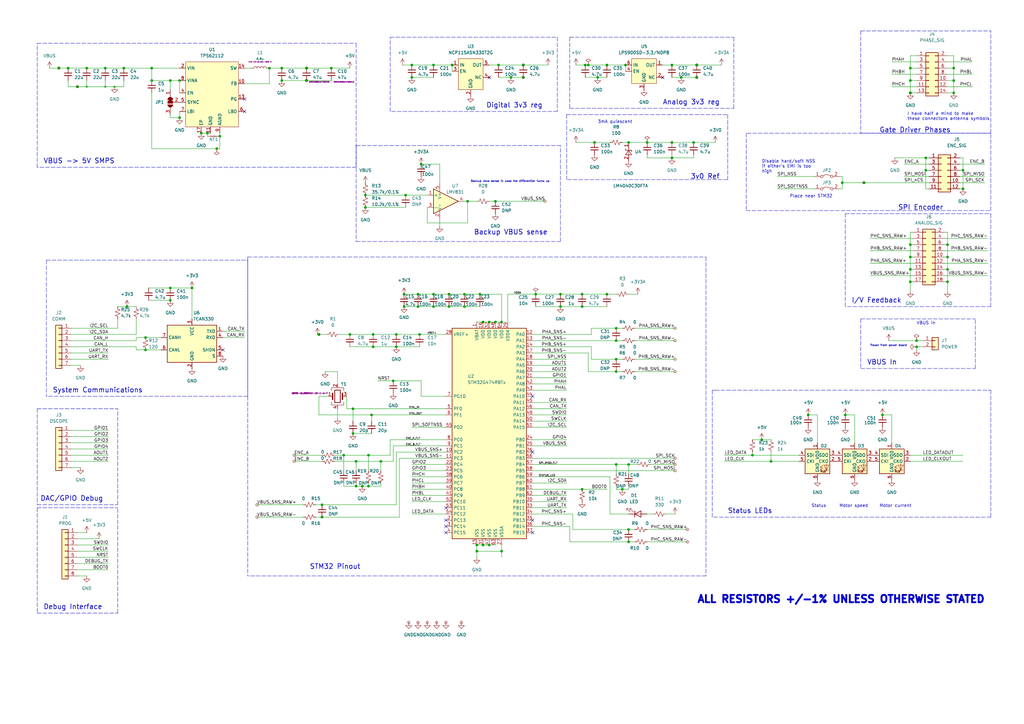
<source format=kicad_sch>
(kicad_sch (version 20211123) (generator eeschema)
  (paper "A3")
  (junction (at 190.5 120.65))
  (junction (at 394.97 77.47))
  (junction (at 152.4 170.18))
  (junction (at 256.54 26.67))
  (junction (at 248.92 26.67))
  (junction (at 257.81 222.25))
  (junction (at 279.4 31.75))
  (junction (at 191.77 82.55))
  (junction (at 373.38 100.33))
  (junction (at 185.42 26.67))
  (junction (at 373.38 27.94))
  (junction (at 198.12 223.52))
  (junction (at 59.69 143.51))
  (junction (at 252.73 134.62))
  (junction (at 312.42 180.34))
  (junction (at 200.66 223.52))
  (junction (at 203.2 82.55))
  (junction (at 171.45 120.65))
  (junction (at 219.71 120.65))
  (junction (at 214.63 26.67))
  (junction (at 143.51 137.16))
  (junction (at 125.73 27.94))
  (junction (at 50.8 27.94))
  (junction (at 275.59 58.42))
  (junction (at 52.07 125.73))
  (junction (at 238.76 125.73))
  (junction (at 24.13 27.94))
  (junction (at 308.61 186.69))
  (junction (at 46.99 35.56) (diameter 0.6096))
  (junction (at 375.92 142.24))
  (junction (at 166.37 80.01))
  (junction (at 388.62 100.33))
  (junction (at 243.84 58.42))
  (junction (at 229.87 120.65))
  (junction (at 284.48 58.42))
  (junction (at 62.23 33.02))
  (junction (at 245.11 31.75))
  (junction (at 373.38 38.1))
  (junction (at 361.95 170.18))
  (junction (at 35.56 35.56) (diameter 0.6096))
  (junction (at 229.87 125.73))
  (junction (at 153.035 137.16))
  (junction (at 132.08 207.01))
  (junction (at 252.73 152.4))
  (junction (at 161.29 156.21))
  (junction (at 203.2 132.08))
  (junction (at 205.74 226.06))
  (junction (at 27.94 27.94))
  (junction (at 190.5 125.73))
  (junction (at 78.74 118.11))
  (junction (at 252.73 190.5))
  (junction (at 238.76 120.65))
  (junction (at 391.16 38.1))
  (junction (at 90.17 55.88))
  (junction (at 388.62 115.57))
  (junction (at 255.27 200.66))
  (junction (at 196.85 120.65))
  (junction (at 165.735 120.65))
  (junction (at 146.05 189.23))
  (junction (at 275.59 64.77))
  (junction (at 135.89 27.94))
  (junction (at 275.59 26.67))
  (junction (at 62.23 27.94))
  (junction (at 149.86 85.09))
  (junction (at 151.13 186.69))
  (junction (at 241.3 26.67))
  (junction (at 172.72 67.31))
  (junction (at 69.85 118.11))
  (junction (at 214.63 31.75))
  (junction (at 200.66 132.08))
  (junction (at 177.8 120.65))
  (junction (at 391.16 33.02))
  (junction (at 88.9 60.96))
  (junction (at 162.56 142.24))
  (junction (at 205.74 132.08))
  (junction (at 257.81 190.5))
  (junction (at 82.55 54.61))
  (junction (at 257.81 58.42))
  (junction (at 195.58 223.52))
  (junction (at 195.58 226.06))
  (junction (at 162.56 137.16))
  (junction (at 148.59 199.39))
  (junction (at 172.085 137.16))
  (junction (at 35.56 27.94))
  (junction (at 115.57 33.02))
  (junction (at 373.38 33.02))
  (junction (at 146.05 199.39))
  (junction (at 149.86 80.01))
  (junction (at 184.15 125.73))
  (junction (at 379.73 69.85))
  (junction (at 285.75 26.67))
  (junction (at 165.735 125.73))
  (junction (at 265.43 58.42))
  (junction (at 144.78 167.64))
  (junction (at 331.47 170.18))
  (junction (at 388.62 105.41))
  (junction (at 257.81 217.17))
  (junction (at 204.47 26.67))
  (junction (at 373.38 110.49))
  (junction (at 252.73 139.7))
  (junction (at 168.91 26.67))
  (junction (at 177.8 26.67))
  (junction (at 125.73 33.02))
  (junction (at 73.66 33.02))
  (junction (at 130.81 137.16))
  (junction (at 316.23 189.23))
  (junction (at 354.33 74.93))
  (junction (at 171.45 125.73))
  (junction (at 132.08 212.09))
  (junction (at 59.69 138.43))
  (junction (at 177.8 125.73))
  (junction (at 238.76 200.66))
  (junction (at 69.85 123.19))
  (junction (at 144.78 177.8))
  (junction (at 252.73 147.32))
  (junction (at 391.16 27.94))
  (junction (at 156.21 189.23))
  (junction (at 110.49 27.94))
  (junction (at 394.97 69.85))
  (junction (at 31.75 35.56))
  (junction (at 345.44 74.93))
  (junction (at 115.57 27.94))
  (junction (at 168.91 31.75))
  (junction (at 85.09 54.61))
  (junction (at 151.13 199.39))
  (junction (at 379.73 64.77))
  (junction (at 375.92 139.7))
  (junction (at 240.03 26.67))
  (junction (at 373.38 115.57))
  (junction (at 388.62 110.49))
  (junction (at 198.12 132.08))
  (junction (at 285.75 31.75))
  (junction (at 43.18 27.94))
  (junction (at 346.71 170.18))
  (junction (at 373.38 105.41))
  (junction (at 43.18 35.56) (diameter 0.6096))
  (junction (at 209.55 31.75))
  (junction (at 248.92 120.65))
  (junction (at 140.97 186.69))
  (junction (at 184.15 120.65))
  (junction (at 69.85 33.02))
  (junction (at 153.035 142.24))
  (junction (at 73.66 48.26))
  (no_connect (at 100.33 40.64))
  (no_connect (at 218.44 218.44))
  (no_connect (at 218.44 213.36))
  (no_connect (at 100.33 45.72))
  (no_connect (at 182.88 213.36))
  (no_connect (at 182.88 215.9))
  (no_connect (at 182.88 218.44))
  (no_connect (at 218.44 162.56))
  (no_connect (at 200.66 31.75))
  (no_connect (at 271.78 31.75))
  (no_connect (at 218.44 185.42))
  (no_connect (at 91.44 143.51))
  (no_connect (at 182.88 208.28))
  (wire (pts (xy 190.5 120.65) (xy 196.85 120.65)))
  (wire (pts (xy 138.43 167.64) (xy 138.43 171.45)))
  (polyline (pts (xy 146.05 59.69) (xy 229.87 59.69)))
  (wire (pts (xy 374.65 105.41) (xy 373.38 105.41)))
  (wire (pts (xy 132.08 212.09) (xy 163.83 212.09)))
  (wire (pts (xy 60.96 123.19) (xy 69.85 123.19)))
  (wire (pts (xy 218.44 172.72) (xy 232.41 172.72)))
  (wire (pts (xy 234.95 217.17) (xy 234.95 210.82)))
  (wire (pts (xy 256.54 26.67) (xy 256.54 29.21)))
  (wire (pts (xy 218.44 200.66) (xy 238.76 200.66)))
  (wire (pts (xy 120.65 189.23) (xy 132.08 189.23)))
  (wire (pts (xy 316.23 189.23) (xy 327.66 189.23)))
  (wire (pts (xy 255.27 200.66) (xy 257.81 200.66)))
  (wire (pts (xy 205.74 132.08) (xy 203.2 132.08)))
  (wire (pts (xy 177.8 120.65) (xy 184.15 120.65)))
  (wire (pts (xy 266.7 190.5) (xy 276.86 190.5)))
  (wire (pts (xy 387.35 97.79) (xy 405.13 97.79)))
  (wire (pts (xy 59.69 138.43) (xy 66.04 138.43)))
  (wire (pts (xy 132.08 212.09) (xy 129.54 212.09)))
  (wire (pts (xy 261.62 120.65) (xy 257.81 120.65)))
  (wire (pts (xy 255.27 200.66) (xy 252.73 200.66)))
  (wire (pts (xy 374.65 100.33) (xy 373.38 100.33)))
  (wire (pts (xy 218.44 167.64) (xy 232.41 167.64)))
  (wire (pts (xy 149.86 85.09) (xy 166.37 85.09)))
  (polyline (pts (xy 146.05 17.78) (xy 146.05 68.58)))
  (wire (pts (xy 318.77 72.39) (xy 334.01 72.39)))
  (wire (pts (xy 55.88 143.51) (xy 55.88 142.24)))
  (polyline (pts (xy 146.05 99.06) (xy 229.87 99.06)))
  (polyline (pts (xy 146.05 59.69) (xy 146.05 99.06)))
  (wire (pts (xy 182.88 193.04) (xy 168.91 193.04)))
  (wire (pts (xy 135.89 27.94) (xy 143.51 27.94)))
  (wire (pts (xy 29.21 134.62) (xy 48.26 134.62)))
  (wire (pts (xy 370.84 72.39) (xy 381 72.39)))
  (wire (pts (xy 163.83 187.96) (xy 163.83 212.09)))
  (wire (pts (xy 373.38 27.94) (xy 373.38 22.86)))
  (wire (pts (xy 43.18 27.94) (xy 35.56 27.94)))
  (wire (pts (xy 271.78 26.67) (xy 275.59 26.67)))
  (wire (pts (xy 85.09 54.61) (xy 85.09 55.88)))
  (wire (pts (xy 195.58 223.52) (xy 198.12 223.52)))
  (wire (pts (xy 184.15 120.65) (xy 190.5 120.65)))
  (wire (pts (xy 156.21 189.23) (xy 161.29 189.23)))
  (wire (pts (xy 137.16 186.69) (xy 140.97 186.69)))
  (wire (pts (xy 172.72 67.31) (xy 180.34 67.31)))
  (wire (pts (xy 257.81 190.5) (xy 257.81 194.31)))
  (wire (pts (xy 275.59 26.67) (xy 285.75 26.67)))
  (wire (pts (xy 139.065 137.16) (xy 143.51 137.16)))
  (wire (pts (xy 393.7 69.85) (xy 394.97 69.85)))
  (polyline (pts (xy 353.06 151.13) (xy 400.05 151.13)))
  (wire (pts (xy 115.57 33.02) (xy 125.73 33.02)))
  (wire (pts (xy 297.18 189.23) (xy 316.23 189.23)))
  (wire (pts (xy 219.71 125.73) (xy 229.87 125.73)))
  (wire (pts (xy 180.34 67.31) (xy 180.34 74.93)))
  (wire (pts (xy 356.87 107.95) (xy 374.65 107.95)))
  (polyline (pts (xy 353.06 130.81) (xy 353.06 151.13)))
  (wire (pts (xy 240.03 31.75) (xy 245.11 31.75)))
  (wire (pts (xy 391.16 33.02) (xy 391.16 27.94)))
  (wire (pts (xy 130.81 162.56) (xy 130.81 170.18)))
  (wire (pts (xy 78.74 118.11) (xy 69.85 118.11)))
  (wire (pts (xy 238.76 125.73) (xy 248.92 125.73)))
  (polyline (pts (xy 101.6 105.41) (xy 101.6 236.22)))
  (wire (pts (xy 43.18 33.02) (xy 43.18 35.56)))
  (wire (pts (xy 365.76 30.48) (xy 375.92 30.48)))
  (wire (pts (xy 29.21 144.78) (xy 44.45 144.78)))
  (wire (pts (xy 387.35 105.41) (xy 388.62 105.41)))
  (wire (pts (xy 218.44 210.82) (xy 234.95 210.82)))
  (wire (pts (xy 205.74 120.65) (xy 205.74 132.08)))
  (wire (pts (xy 218.44 195.58) (xy 250.19 195.58)))
  (polyline (pts (xy 406.4 212.09) (xy 292.1 212.09)))
  (wire (pts (xy 180.34 92.71) (xy 180.34 90.17)))
  (wire (pts (xy 168.91 195.58) (xy 182.88 195.58)))
  (wire (pts (xy 218.44 144.78) (xy 241.3 144.78)))
  (wire (pts (xy 218.44 149.86) (xy 232.41 149.86)))
  (wire (pts (xy 162.56 137.16) (xy 172.085 137.16)))
  (wire (pts (xy 285.75 26.67) (xy 295.91 26.67)))
  (wire (pts (xy 130.81 170.18) (xy 152.4 170.18)))
  (wire (pts (xy 62.23 27.94) (xy 50.8 27.94)))
  (wire (pts (xy 350.52 170.18) (xy 350.52 181.61)))
  (wire (pts (xy 218.44 160.02) (xy 232.41 160.02)))
  (wire (pts (xy 312.42 180.34) (xy 316.23 180.34)))
  (wire (pts (xy 373.38 33.02) (xy 375.92 33.02)))
  (wire (pts (xy 185.42 26.67) (xy 185.42 29.21)))
  (wire (pts (xy 138.43 152.4) (xy 138.43 157.48)))
  (wire (pts (xy 260.35 147.32) (xy 276.86 147.32)))
  (wire (pts (xy 143.51 142.24) (xy 153.035 142.24)))
  (polyline (pts (xy 346.71 125.73) (xy 346.71 87.63)))
  (polyline (pts (xy 353.06 12.7) (xy 406.4 12.7)))
  (polyline (pts (xy 48.26 207.01) (xy 48.26 167.64)))
  (polyline (pts (xy 15.24 207.01) (xy 48.26 207.01)))
  (wire (pts (xy 345.44 77.47) (xy 345.44 74.93)))
  (wire (pts (xy 73.66 48.26) (xy 69.85 48.26)))
  (wire (pts (xy 149.86 80.01) (xy 166.37 80.01)))
  (wire (pts (xy 191.77 91.44) (xy 191.77 82.55)))
  (polyline (pts (xy 160.02 45.72) (xy 160.02 15.24)))
  (wire (pts (xy 60.96 118.11) (xy 69.85 118.11)))
  (wire (pts (xy 69.85 33.02) (xy 62.23 33.02)))
  (wire (pts (xy 252.73 200.66) (xy 252.73 199.39)))
  (wire (pts (xy 379.73 77.47) (xy 381 77.47)))
  (wire (pts (xy 168.91 31.75) (xy 177.8 31.75)))
  (wire (pts (xy 260.35 139.7) (xy 276.86 139.7)))
  (wire (pts (xy 29.21 181.61) (xy 44.45 181.61)))
  (polyline (pts (xy 353.06 54.61) (xy 406.4 54.61)))
  (wire (pts (xy 161.29 156.21) (xy 172.72 156.21)))
  (wire (pts (xy 52.07 125.73) (xy 55.88 125.73)))
  (wire (pts (xy 375.92 142.24) (xy 378.46 142.24)))
  (polyline (pts (xy 300.99 44.45) (xy 300.99 15.24)))
  (wire (pts (xy 134.62 162.56) (xy 130.81 162.56)))
  (wire (pts (xy 394.97 69.85) (xy 394.97 77.47)))
  (wire (pts (xy 198.12 223.52) (xy 200.66 223.52)))
  (wire (pts (xy 198.12 132.08) (xy 195.58 132.08)))
  (wire (pts (xy 218.44 193.04) (xy 276.86 193.04)))
  (wire (pts (xy 205.74 226.06) (xy 205.74 228.6)))
  (wire (pts (xy 62.23 27.94) (xy 73.66 27.94)))
  (polyline (pts (xy 146.05 68.58) (xy 15.24 68.58)))
  (wire (pts (xy 250.19 210.82) (xy 250.19 195.58)))
  (wire (pts (xy 403.86 72.39) (xy 393.7 72.39)))
  (wire (pts (xy 160.02 186.69) (xy 160.02 180.34)))
  (wire (pts (xy 391.16 27.94) (xy 388.62 27.94)))
  (polyline (pts (xy 232.41 46.99) (xy 298.45 46.99)))
  (polyline (pts (xy 406.4 160.02) (xy 406.4 212.09)))
  (polyline (pts (xy 289.56 105.41) (xy 289.56 236.22)))
  (wire (pts (xy 195.58 226.06) (xy 195.58 228.6)))
  (wire (pts (xy 375.92 139.7) (xy 364.49 139.7)))
  (wire (pts (xy 361.95 170.18) (xy 365.76 170.18)))
  (wire (pts (xy 100.33 27.94) (xy 102.87 27.94)))
  (wire (pts (xy 388.62 110.49) (xy 388.62 105.41)))
  (wire (pts (xy 35.56 27.94) (xy 27.94 27.94)))
  (wire (pts (xy 154.94 156.21) (xy 161.29 156.21)))
  (wire (pts (xy 354.33 74.93) (xy 381 74.93)))
  (wire (pts (xy 257.81 210.82) (xy 250.19 210.82)))
  (wire (pts (xy 160.02 180.34) (xy 182.88 180.34)))
  (wire (pts (xy 55.88 139.7) (xy 55.88 138.43)))
  (wire (pts (xy 73.66 33.02) (xy 69.85 33.02)))
  (polyline (pts (xy 233.68 15.24) (xy 233.68 44.45)))
  (wire (pts (xy 387.35 113.03) (xy 405.13 113.03)))
  (wire (pts (xy 233.68 222.25) (xy 233.68 215.9)))
  (polyline (pts (xy 228.6 15.24) (xy 228.6 45.72)))
  (wire (pts (xy 69.85 33.02) (xy 69.85 36.83)))
  (wire (pts (xy 275.59 64.77) (xy 284.48 64.77)))
  (wire (pts (xy 374.65 115.57) (xy 373.38 115.57)))
  (wire (pts (xy 391.16 27.94) (xy 391.16 22.86)))
  (wire (pts (xy 140.97 198.12) (xy 140.97 199.39)))
  (wire (pts (xy 218.44 187.96) (xy 276.86 187.96)))
  (wire (pts (xy 130.81 137.16) (xy 133.985 137.16)))
  (wire (pts (xy 238.76 200.66) (xy 248.92 200.66)))
  (wire (pts (xy 168.91 203.2) (xy 182.88 203.2)))
  (wire (pts (xy 200.66 82.55) (xy 203.2 82.55)))
  (polyline (pts (xy 298.45 73.66) (xy 232.41 73.66)))
  (wire (pts (xy 200.66 132.08) (xy 198.12 132.08)))
  (wire (pts (xy 59.69 143.51) (xy 55.88 143.51)))
  (wire (pts (xy 208.28 120.65) (xy 208.28 132.08)))
  (wire (pts (xy 204.47 31.75) (xy 209.55 31.75)))
  (wire (pts (xy 391.16 22.86) (xy 388.62 22.86)))
  (wire (pts (xy 387.35 110.49) (xy 388.62 110.49)))
  (wire (pts (xy 165.735 120.65) (xy 171.45 120.65)))
  (polyline (pts (xy 406.4 54.61) (xy 406.4 12.7)))
  (wire (pts (xy 265.43 222.25) (xy 281.94 222.25)))
  (wire (pts (xy 241.3 152.4) (xy 252.73 152.4)))
  (wire (pts (xy 398.78 35.56) (xy 388.62 35.56)))
  (wire (pts (xy 218.44 142.24) (xy 242.57 142.24)))
  (wire (pts (xy 260.35 217.17) (xy 257.81 217.17)))
  (wire (pts (xy 110.49 34.29) (xy 110.49 27.94)))
  (wire (pts (xy 156.21 189.23) (xy 156.21 193.04)))
  (wire (pts (xy 345.44 74.93) (xy 354.33 74.93)))
  (wire (pts (xy 62.23 60.96) (xy 62.23 38.1)))
  (wire (pts (xy 31.75 228.6) (xy 44.45 228.6)))
  (wire (pts (xy 182.88 205.74) (xy 168.91 205.74)))
  (wire (pts (xy 365.76 170.18) (xy 365.76 181.61)))
  (wire (pts (xy 242.57 147.32) (xy 242.57 142.24)))
  (wire (pts (xy 391.16 38.1) (xy 391.16 33.02)))
  (wire (pts (xy 125.73 27.94) (xy 135.89 27.94)))
  (wire (pts (xy 90.17 55.88) (xy 90.17 60.96)))
  (polyline (pts (xy 406.4 125.73) (xy 346.71 125.73)))
  (wire (pts (xy 391.16 33.02) (xy 388.62 33.02)))
  (polyline (pts (xy 292.1 212.09) (xy 292.1 160.02)))
  (polyline (pts (xy 19.05 106.68) (xy 101.6 106.68)))
  (wire (pts (xy 161.29 182.88) (xy 182.88 182.88)))
  (wire (pts (xy 252.73 190.5) (xy 252.73 194.31)))
  (wire (pts (xy 191.77 82.55) (xy 190.5 82.55)))
  (wire (pts (xy 29.21 149.86) (xy 33.02 149.86)))
  (wire (pts (xy 387.35 107.95) (xy 405.13 107.95)))
  (wire (pts (xy 218.44 180.34) (xy 232.41 180.34)))
  (wire (pts (xy 161.29 182.88) (xy 161.29 189.23)))
  (wire (pts (xy 265.43 210.82) (xy 267.97 210.82)))
  (wire (pts (xy 316.23 185.42) (xy 316.23 189.23)))
  (wire (pts (xy 373.38 186.69) (xy 394.97 186.69)))
  (wire (pts (xy 205.74 223.52) (xy 205.74 226.06)))
  (wire (pts (xy 140.97 186.69) (xy 151.13 186.69)))
  (wire (pts (xy 388.62 105.41) (xy 388.62 100.33)))
  (wire (pts (xy 115.57 27.94) (xy 125.73 27.94)))
  (wire (pts (xy 257.81 222.25) (xy 260.35 222.25)))
  (polyline (pts (xy 15.24 251.46) (xy 48.26 251.46)))
  (wire (pts (xy 200.66 26.67) (xy 204.47 26.67)))
  (wire (pts (xy 241.3 144.78) (xy 241.3 152.4)))
  (wire (pts (xy 398.78 25.4) (xy 388.62 25.4)))
  (wire (pts (xy 234.95 217.17) (xy 257.81 217.17)))
  (wire (pts (xy 184.15 125.73) (xy 190.5 125.73)))
  (polyline (pts (xy 15.24 208.28) (xy 48.26 208.28)))
  (wire (pts (xy 373.38 22.86) (xy 375.92 22.86)))
  (wire (pts (xy 31.75 218.44) (xy 35.56 218.44)))
  (wire (pts (xy 177.8 125.73) (xy 184.15 125.73)))
  (wire (pts (xy 153.035 137.16) (xy 162.56 137.16)))
  (wire (pts (xy 144.78 167.64) (xy 182.88 167.64)))
  (wire (pts (xy 331.47 170.18) (xy 335.28 170.18)))
  (wire (pts (xy 156.21 199.39) (xy 156.21 198.12)))
  (wire (pts (xy 62.23 33.02) (xy 62.23 27.94)))
  (wire (pts (xy 388.62 115.57) (xy 388.62 110.49)))
  (polyline (pts (xy 228.6 45.72) (xy 160.02 45.72)))
  (wire (pts (xy 55.88 138.43) (xy 59.69 138.43)))
  (wire (pts (xy 29.21 186.69) (xy 44.45 186.69)))
  (wire (pts (xy 143.51 137.16) (xy 153.035 137.16)))
  (wire (pts (xy 172.085 137.16) (xy 182.88 137.16)))
  (wire (pts (xy 398.78 30.48) (xy 388.62 30.48)))
  (wire (pts (xy 191.77 82.55) (xy 195.58 82.55)))
  (wire (pts (xy 218.44 208.28) (xy 232.41 208.28)))
  (wire (pts (xy 255.27 134.62) (xy 252.73 134.62)))
  (wire (pts (xy 238.76 120.65) (xy 248.92 120.65)))
  (wire (pts (xy 152.4 170.18) (xy 182.88 170.18)))
  (wire (pts (xy 379.73 64.77) (xy 379.73 69.85)))
  (wire (pts (xy 172.72 162.56) (xy 182.88 162.56)))
  (wire (pts (xy 218.44 152.4) (xy 232.41 152.4)))
  (polyline (pts (xy 15.24 68.58) (xy 15.24 17.78)))
  (wire (pts (xy 218.44 203.2) (xy 232.41 203.2)))
  (wire (pts (xy 29.21 142.24) (xy 55.88 142.24)))
  (wire (pts (xy 388.62 95.25) (xy 387.35 95.25)))
  (wire (pts (xy 248.92 26.67) (xy 256.54 26.67)))
  (polyline (pts (xy 406.4 54.61) (xy 306.07 54.61)))
  (wire (pts (xy 218.44 215.9) (xy 233.68 215.9)))
  (polyline (pts (xy 15.24 167.64) (xy 15.24 207.01)))
  (wire (pts (xy 252.73 139.7) (xy 255.27 139.7)))
  (wire (pts (xy 142.24 167.64) (xy 144.78 167.64)))
  (wire (pts (xy 55.88 137.16) (xy 55.88 130.81)))
  (wire (pts (xy 255.27 58.42) (xy 257.81 58.42)))
  (wire (pts (xy 146.05 189.23) (xy 156.21 189.23)))
  (wire (pts (xy 148.59 199.39) (xy 146.05 199.39)))
  (wire (pts (xy 379.73 64.77) (xy 381 64.77)))
  (wire (pts (xy 29.21 184.15) (xy 44.45 184.15)))
  (wire (pts (xy 171.45 120.65) (xy 177.8 120.65)))
  (wire (pts (xy 218.44 157.48) (xy 232.41 157.48)))
  (wire (pts (xy 162.56 142.24) (xy 172.085 142.24)))
  (wire (pts (xy 48.26 134.62) (xy 48.26 130.81)))
  (polyline (pts (xy 15.24 17.78) (xy 146.05 17.78)))
  (wire (pts (xy 35.56 35.56) (xy 35.56 33.02)))
  (wire (pts (xy 144.78 177.8) (xy 152.4 177.8)))
  (wire (pts (xy 195.58 223.52) (xy 195.58 226.06)))
  (wire (pts (xy 66.04 143.51) (xy 59.69 143.51)))
  (wire (pts (xy 394.97 69.85) (xy 394.97 64.77)))
  (wire (pts (xy 273.05 210.82) (xy 276.86 210.82)))
  (wire (pts (xy 373.38 110.49) (xy 373.38 105.41)))
  (polyline (pts (xy 353.06 130.81) (xy 400.05 130.81)))
  (wire (pts (xy 50.8 35.56) (xy 50.8 33.02)))
  (wire (pts (xy 73.66 33.02) (xy 73.66 38.1)))
  (wire (pts (xy 218.44 137.16) (xy 242.57 137.16)))
  (wire (pts (xy 195.58 226.06) (xy 205.74 226.06)))
  (wire (pts (xy 373.38 105.41) (xy 373.38 100.33)))
  (wire (pts (xy 35.56 35.56) (xy 31.75 35.56)))
  (wire (pts (xy 388.62 119.38) (xy 388.62 115.57)))
  (polyline (pts (xy 292.1 160.02) (xy 293.37 160.02)))
  (wire (pts (xy 132.08 207.01) (xy 162.56 207.01)))
  (wire (pts (xy 308.61 180.34) (xy 312.42 180.34)))
  (wire (pts (xy 218.44 139.7) (xy 252.73 139.7)))
  (wire (pts (xy 182.88 210.82) (xy 168.91 210.82)))
  (polyline (pts (xy 233.68 44.45) (xy 300.99 44.45)))
  (wire (pts (xy 196.85 120.65) (xy 205.74 120.65)))
  (wire (pts (xy 151.13 199.39) (xy 156.21 199.39)))
  (wire (pts (xy 69.85 48.26) (xy 69.85 46.99)))
  (wire (pts (xy 344.17 72.39) (xy 345.44 72.39)))
  (wire (pts (xy 110.49 27.94) (xy 115.57 27.94)))
  (wire (pts (xy 265.43 217.17) (xy 281.94 217.17)))
  (wire (pts (xy 297.18 186.69) (xy 308.61 186.69)))
  (wire (pts (xy 182.88 190.5) (xy 168.91 190.5)))
  (wire (pts (xy 152.4 170.18) (xy 152.4 172.72)))
  (wire (pts (xy 373.38 38.1) (xy 375.92 38.1)))
  (wire (pts (xy 356.87 97.79) (xy 374.65 97.79)))
  (wire (pts (xy 379.73 69.85) (xy 379.73 77.47)))
  (wire (pts (xy 284.48 58.42) (xy 293.37 58.42)))
  (wire (pts (xy 168.91 200.66) (xy 182.88 200.66)))
  (wire (pts (xy 129.54 207.01) (xy 132.08 207.01)))
  (wire (pts (xy 148.59 199.39) (xy 151.13 199.39)))
  (wire (pts (xy 387.35 100.33) (xy 388.62 100.33)))
  (wire (pts (xy 218.44 182.88) (xy 232.41 182.88)))
  (wire (pts (xy 203.2 82.55) (xy 223.52 82.55)))
  (wire (pts (xy 46.99 35.56) (xy 50.8 35.56)))
  (wire (pts (xy 190.5 125.73) (xy 196.85 125.73)))
  (wire (pts (xy 146.05 193.04) (xy 146.05 189.23)))
  (wire (pts (xy 175.26 91.44) (xy 191.77 91.44)))
  (wire (pts (xy 31.75 220.98) (xy 40.64 220.98)))
  (wire (pts (xy 142.24 162.56) (xy 142.24 167.64)))
  (wire (pts (xy 82.55 54.61) (xy 85.09 54.61)))
  (wire (pts (xy 151.13 199.39) (xy 151.13 198.12)))
  (wire (pts (xy 105.41 207.01) (xy 124.46 207.01)))
  (wire (pts (xy 241.3 26.67) (xy 248.92 26.67)))
  (wire (pts (xy 245.11 31.75) (xy 248.92 31.75)))
  (wire (pts (xy 379.73 69.85) (xy 381 69.85)))
  (wire (pts (xy 162.56 185.42) (xy 182.88 185.42)))
  (wire (pts (xy 356.87 102.87) (xy 374.65 102.87)))
  (wire (pts (xy 275.59 63.5) (xy 275.59 64.77)))
  (wire (pts (xy 125.73 33.02) (xy 135.89 33.02)))
  (wire (pts (xy 29.21 139.7) (xy 55.88 139.7)))
  (wire (pts (xy 73.66 48.26) (xy 73.66 45.72)))
  (wire (pts (xy 43.18 35.56) (xy 35.56 35.56)))
  (wire (pts (xy 252.73 134.62) (xy 242.57 134.62)))
  (wire (pts (xy 344.17 77.47) (xy 345.44 77.47)))
  (wire (pts (xy 356.87 113.03) (xy 374.65 113.03)))
  (polyline (pts (xy 406.4 87.63) (xy 406.4 125.73)))
  (polyline (pts (xy 229.87 99.06) (xy 229.87 59.69)))
  (wire (pts (xy 374.65 110.49) (xy 373.38 110.49)))
  (wire (pts (xy 318.77 77.47) (xy 334.01 77.47)))
  (wire (pts (xy 275.59 31.75) (xy 279.4 31.75)))
  (wire (pts (xy 240.03 26.67) (xy 241.3 26.67)))
  (wire (pts (xy 50.8 27.94) (xy 43.18 27.94)))
  (wire (pts (xy 219.71 120.65) (xy 208.28 120.65)))
  (wire (pts (xy 373.38 115.57) (xy 373.38 110.49)))
  (polyline (pts (xy 289.56 236.22) (xy 101.6 236.22)))
  (wire (pts (xy 257.81 200.66) (xy 257.81 199.39)))
  (wire (pts (xy 275.59 58.42) (xy 284.48 58.42)))
  (wire (pts (xy 31.75 35.56) (xy 27.94 35.56)))
  (wire (pts (xy 373.38 27.94) (xy 375.92 27.94)))
  (polyline (pts (xy 101.6 105.41) (xy 289.56 105.41)))
  (wire (pts (xy 120.65 186.69) (xy 132.08 186.69)))
  (wire (pts (xy 31.75 233.68) (xy 44.45 233.68)))
  (wire (pts (xy 175.26 85.09) (xy 175.26 91.44)))
  (wire (pts (xy 394.97 77.47) (xy 393.7 77.47)))
  (wire (pts (xy 29.21 191.77) (xy 33.02 191.77)))
  (wire (pts (xy 90.17 55.88) (xy 90.17 54.61)))
  (wire (pts (xy 378.46 139.7) (xy 375.92 139.7)))
  (wire (pts (xy 166.37 80.01) (xy 175.26 80.01)))
  (polyline (pts (xy 233.68 15.24) (xy 300.99 15.24)))
  (wire (pts (xy 133.35 152.4) (xy 138.43 152.4)))
  (wire (pts (xy 275.59 64.77) (xy 265.43 64.77)))
  (polyline (pts (xy 48.26 251.46) (xy 48.26 208.28)))
  (wire (pts (xy 260.35 152.4) (xy 276.86 152.4)))
  (wire (pts (xy 365.76 25.4) (xy 375.92 25.4)))
  (wire (pts (xy 367.03 64.77) (xy 379.73 64.77)))
  (wire (pts (xy 27.94 35.56) (xy 27.94 33.02)))
  (wire (pts (xy 373.38 33.02) (xy 373.38 27.94)))
  (wire (pts (xy 29.21 137.16) (xy 55.88 137.16)))
  (wire (pts (xy 252.73 152.4) (xy 255.27 152.4)))
  (wire (pts (xy 168.91 26.67) (xy 177.8 26.67)))
  (wire (pts (xy 238.76 120.65) (xy 229.87 120.65)))
  (wire (pts (xy 308.61 186.69) (xy 327.66 186.69)))
  (wire (pts (xy 284.48 64.77) (xy 284.48 63.5)))
  (wire (pts (xy 88.9 60.96) (xy 62.23 60.96)))
  (wire (pts (xy 151.13 186.69) (xy 151.13 193.04)))
  (wire (pts (xy 78.74 118.11) (xy 78.74 130.81)))
  (polyline (pts (xy 19.05 106.68) (xy 19.05 162.56)))
  (wire (pts (xy 218.44 165.1) (xy 232.41 165.1)))
  (wire (pts (xy 265.43 58.42) (xy 275.59 58.42)))
  (wire (pts (xy 140.97 186.69) (xy 140.97 193.04)))
  (wire (pts (xy 279.4 31.75) (xy 285.75 31.75)))
  (wire (pts (xy 31.75 231.14) (xy 44.45 231.14)))
  (wire (pts (xy 308.61 185.42) (xy 308.61 186.69)))
  (wire (pts (xy 373.38 189.23) (xy 394.97 189.23)))
  (polyline (pts (xy 406.4 86.36) (xy 406.4 54.61)))
  (wire (pts (xy 200.66 223.52) (xy 203.2 223.52)))
  (wire (pts (xy 165.1 26.67) (xy 168.91 26.67)))
  (wire (pts (xy 370.84 67.31) (xy 381 67.31)))
  (wire (pts (xy 345.44 72.39) (xy 345.44 74.93)))
  (wire (pts (xy 153.035 142.24) (xy 162.56 142.24)))
  (wire (pts (xy 140.97 199.39) (xy 146.05 199.39)))
  (wire (pts (xy 218.44 154.94) (xy 232.41 154.94)))
  (polyline (pts (xy 101.6 106.68) (xy 101.6 162.56)))
  (wire (pts (xy 29.21 147.32) (xy 44.45 147.32)))
  (wire (pts (xy 365.76 35.56) (xy 375.92 35.56)))
  (wire (pts (xy 335.28 170.18) (xy 335.28 181.61)))
  (wire (pts (xy 31.75 223.52) (xy 44.45 223.52)))
  (wire (pts (xy 252.73 120.65) (xy 248.92 120.65)))
  (wire (pts (xy 20.32 27.94) (xy 24.13 27.94)))
  (wire (pts (xy 204.47 26.67) (xy 214.63 26.67)))
  (wire (pts (xy 168.91 175.26) (xy 182.88 175.26)))
  (wire (pts (xy 373.38 100.33) (xy 373.38 95.25)))
  (wire (pts (xy 146.05 199.39) (xy 146.05 198.12)))
  (polyline (pts (xy 306.07 86.36) (xy 406.4 86.36)))
  (wire (pts (xy 255.27 147.32) (xy 252.73 147.32)))
  (wire (pts (xy 144.78 167.64) (xy 144.78 172.72)))
  (wire (pts (xy 31.75 236.22) (xy 35.56 236.22)))
  (wire (pts (xy 165.735 125.73) (xy 171.45 125.73)))
  (wire (pts (xy 346.71 170.18) (xy 350.52 170.18)))
  (wire (pts (xy 387.35 115.57) (xy 388.62 115.57)))
  (wire (pts (xy 24.13 27.94) (xy 27.94 27.94)))
  (polyline (pts (xy 346.71 87.63) (xy 406.4 87.63)))
  (wire (pts (xy 151.13 186.69) (xy 160.02 186.69)))
  (polyline (pts (xy 298.45 46.99) (xy 298.45 73.66)))
  (wire (pts (xy 252.73 147.32) (xy 242.57 147.32)))
  (wire (pts (xy 403.86 67.31) (xy 393.7 67.31)))
  (polyline (pts (xy 15.24 167.64) (xy 48.26 167.64)))
  (wire (pts (xy 218.44 170.18) (xy 232.41 170.18)))
  (wire (pts (xy 373.38 119.38) (xy 373.38 115.57)))
  (wire (pts (xy 172.72 156.21) (xy 172.72 162.56)))
  (wire (pts (xy 236.22 26.67) (xy 240.03 26.67)))
  (wire (pts (xy 387.35 102.87) (xy 405.13 102.87)))
  (wire (pts (xy 29.21 176.53) (xy 44.45 176.53)))
  (wire (pts (xy 242.57 134.62) (xy 242.57 137.16)))
  (wire (pts (xy 265.43 64.77) (xy 265.43 63.5)))
  (wire (pts (xy 388.62 100.33) (xy 388.62 95.25)))
  (wire (pts (xy 218.44 205.74) (xy 232.41 205.74)))
  (wire (pts (xy 91.44 138.43) (xy 100.33 138.43)))
  (polyline (pts (xy 101.6 162.56) (xy 19.05 162.56)))
  (wire (pts (xy 373.38 38.1) (xy 373.38 33.02)))
  (wire (pts (xy 218.44 147.32) (xy 232.41 147.32)))
  (polyline (pts (xy 400.05 151.13) (xy 400.05 130.81)))
  (wire (pts (xy 218.44 198.12) (xy 232.41 198.12)))
  (wire (pts (xy 162.56 207.01) (xy 162.56 185.42)))
  (wire (pts (xy 203.2 132.08) (xy 200.66 132.08)))
  (wire (pts (xy 177.8 26.67) (xy 185.42 26.67)))
  (polyline (pts (xy 232.41 46.99) (xy 232.41 73.66)))
  (wire (pts (xy 29.21 179.07) (xy 44.45 179.07)))
  (polyline (pts (xy 306.07 54.61) (xy 306.07 86.36)))
  (wire (pts (xy 48.26 125.73) (xy 52.07 125.73)))
  (wire (pts (xy 403.86 74.93) (xy 393.7 74.93)))
  (wire (pts (xy 171.45 125.73) (xy 177.8 125.73)))
  (wire (pts (xy 137.16 189.23) (xy 146.05 189.23)))
  (wire (pts (xy 391.16 38.1) (xy 388.62 38.1)))
  (wire (pts (xy 105.41 212.09) (xy 124.46 212.09)))
  (wire (pts (xy 218.44 175.26) (xy 232.41 175.26)))
  (wire (pts (xy 91.44 135.89) (xy 100.33 135.89)))
  (wire (pts (xy 257.81 190.5) (xy 261.62 190.5)))
  (wire (pts (xy 260.35 134.62) (xy 276.86 134.62)))
  (wire (pts (xy 90.17 60.96) (xy 88.9 60.96)))
  (wire (pts (xy 236.22 58.42) (xy 243.84 58.42)))
  (polyline (pts (xy 353.06 12.7) (xy 353.06 54.61)))
  (wire (pts (xy 373.38 95.25) (xy 374.65 95.25)))
  (wire (pts (xy 209.55 31.75) (xy 214.63 31.75)))
  (wire (pts (xy 168.91 198.12) (xy 182.88 198.12)))
  (wire (pts (xy 85.09 54.61) (xy 86.36 54.61)))
  (wire (pts (xy 100.33 34.29) (xy 110.49 34.29)))
  (wire (pts (xy 394.97 64.77) (xy 393.7 64.77)))
  (wire (pts (xy 219.71 120.65) (xy 229.87 120.65)))
  (polyline (pts (xy 15.24 208.28) (xy 15.24 251.46)))
  (wire (pts (xy 214.63 26.67) (xy 224.79 26.67)))
  (wire (pts (xy 233.68 222.25) (xy 257.81 222.25)))
  (wire (pts (xy 182.88 187.96) (xy 163.83 187.96)))
  (wire (pts (xy 243.84 58.42) (xy 250.19 58.42)))
  (polyline (pts (xy 160.02 15.24) (xy 228.6 15.24)))
  (wire (pts (xy 43.18 35.56) (xy 46.99 35.56)))
  (wire (pts (xy 31.75 226.06) (xy 44.45 226.06)))
  (wire (pts (xy 257.81 58.42) (xy 265.43 58.42)))
  (wire (pts (xy 130.175 137.16) (xy 130.81 137.16)))
  (wire (pts (xy 29.21 189.23) (xy 44.45 189.23)))
  (polyline (pts (xy 293.37 160.02) (xy 406.4 160.02)))
  (wire (pts (xy 252.73 190.5) (xy 257.81 190.5)))
  (wire (pts (xy 375.92 143.51) (xy 375.92 142.24)))
  (wire (pts (xy 218.44 190.5) (xy 252.73 190.5)))
  (wire (pts (xy 229.87 125.73) (xy 238.76 125.73)))
  (text "Debug Interface\n" (at 17.78 250.19 0) (effects (font (size 2 2) (thickness 0.254) bold) (justify left bottom)))
  (text "System Communications" (at 21.59 161.29 0) (effects (font (size 2 2) (thickness 0.254) bold) (justify left bottom)))
  (text "3v0 Ref" (at 283.21 73.66 0) (effects (font (size 2 2) (thickness 0.254) bold) (justify left bottom)))
  (text "VBUS -> 5V SMPS" (at 17.78 67.31 0) (effects (font (size 2 2) (thickness 0.254) bold) (justify left bottom)))
  (text "DAC/GPIO Debug" (at 16.51 205.74 0) (effects (font (size 2 2) (thickness 0.254) bold) (justify left bottom)))
  (text "Motor speed" (at 344.17 208.28 0) (effects (font (size 1.27 1.27)) (justify left bottom)))
  (text "VBUS In" (at 355.6 149.86 0) (effects (font (size 2 2) (thickness 0.254) bold) (justify left bottom)))
  (text "Gate Driver Phases" (at 360.68 54.61 0) (effects (font (size 2 2) (thickness 0.254) bold) (justify left bottom)))
  (text "Status" (at 332.74 208.28 0) (effects (font (size 1.27 1.27)) (justify left bottom)))
  (text "3mA quiescent" (at 245.11 50.8 0) (effects (font (size 1.27 1.27)) (justify left bottom)))
  (text "Status LEDs" (at 298.45 210.82 0) (effects (font (size 2 2) (thickness 0.254) bold) (justify left bottom)))
  (text "Motor current" (at 360.68 208.28 0) (effects (font (size 1.27 1.27)) (justify left bottom)))
  (text "Place near STM32" (at 323.85 81.28 0) (effects (font (size 1.27 1.27)) (justify left bottom)))
  (text "Analog 3v3 reg" (at 271.78 43.18 0) (effects (font (size 2 2) (thickness 0.254) bold) (justify left bottom)))
  (text "Power from power board" (at 356.87 142.24 0) (effects (font (size 0.8 0.8)) (justify left bottom)))
  (text "Disable hard/soft NSS\nif either's EMI is too\nhigh" (at 312.42 71.12 0) (effects (font (size 1.27 1.27)) (justify left bottom)))
  (text "ALL RESISTORS +/-1% UNLESS OTHERWISE STATED" (at 285.75 247.65 0) (effects (font (size 3 3) (thickness 0.8) bold) (justify left bottom)))
  (text "VBUS in" (at 375.92 133.35 0) (effects (font (size 1.27 1.27)) (justify left bottom)))
  (text "Backup VBUS sense" (at 194.31 96.52 0) (effects (font (size 2 2) (thickness 0.254) bold) (justify left bottom)))
  (text "Backup vbus sense in case the differential fucks up " (at 193.04 74.93 0) (effects (font (size 0.8 0.8)) (justify left bottom)))
  (text "I/V Feedback" (at 349.25 124.46 0) (effects (font (size 2 2) (thickness 0.254) bold) (justify left bottom)))
  (text "STM32 Pinout" (at 127 233.68 0) (effects (font (size 2 2) (thickness 0.254) bold) (justify left bottom)))
  (text "I have half a mind to make\nthese connectors antenna symbols" (at 372.11 49.53 0) (effects (font (size 1.27 1.27)) (justify left bottom)))
  (text "SPI Encoder" (at 368.3 86.36 0) (effects (font (size 2 2) (thickness 0.254) bold) (justify left bottom)))
  (text "Digital 3v3 reg" (at 199.39 44.45 0) (effects (font (size 2 2) (thickness 0.254) bold) (justify left bottom)))
  (label "LED_CLK" (at 297.18 189.23 0))
  (label "ENC_A_FLT" (at 166.37 180.34 0) (effects (font (size 0.75 0.75))))
  (label "VBUS_SNS" (at 232.41 182.88 0))
  (label "PHCL" (at 168.91 198.12 0))
  (label "GPIO3" (at 44.45 181.61 0))
  (label "CAN_L" (at 44.45 142.24 0))
  (label "I2C_SCL" (at 44.45 134.62 0))
  (label "UART_RX" (at 232.41 205.74 180))
  (label "GPIO1" (at 232.41 154.94 0))
  (label "LED_CLK" (at 168.91 205.74 0))
  (label "PHCH" (at 168.91 195.58 0))
  (label "AOUT1" (at 232.41 149.86 0))
  (label "NRST" (at 44.45 228.6 0))
  (label "PHBH" (at 168.91 200.66 0))
  (label "PHAL" (at 232.41 160.02 0))
  (label "AOUT2" (at 44.45 189.23 0))
  (label "AOUT1" (at 44.45 186.69 0))
  (label "SPI_SCK" (at 403.86 74.93 180))
  (label "PHBL" (at 398.78 30.48 180))
  (label "PHB_SNS_RAW-" (at 405.13 102.87 0))
  (label "ENC_B_FLT" (at 166.37 182.88 0) (effects (font (size 0.75 0.75))))
  (label "SPI_SCK" (at 276.86 187.96 0))
  (label "VBUS_SNS" (at 223.52 82.55 0))
  (label "VBUS_SNS_RAW+" (at 356.87 113.03 0))
  (label "SWDIO" (at 232.41 170.18 0))
  (label "PHB_SNS_RAW+" (at 276.86 147.32 0))
  (label "SPI_SOFTNSS" (at 168.91 175.26 0))
  (label "I2C_SDA" (at 44.45 137.16 0))
  (label "PHB_SNS-" (at 232.41 144.78 0))
  (label "ENC_B" (at 120.65 189.23 0))
  (label "DEBUG_TX" (at 44.45 231.14 0))
  (label "SPI_MOSI" (at 370.84 72.39 0))
  (label "PHC_SNS+" (at 232.41 210.82 0))
  (label "VREF+" (at 175.26 137.16 0) (effects (font (size 0.75 0.75))))
  (label "SWCLK" (at 44.45 226.06 0))
  (label "SPI_NSS" (at 318.77 72.39 0))
  (label "CAN_RX" (at 232.41 165.1 0))
  (label "PHA_SNS_RAW+" (at 276.86 134.62 0))
  (label "VBUS_SNS_RAW+" (at 105.41 207.01 0))
  (label "I2C_SDA" (at 232.41 198.12 0))
  (label "AOUT2" (at 232.41 152.4 0))
  (label "VBUS_SNS+" (at 181.61 185.42 180))
  (label "LED_DATA" (at 297.18 186.69 0))
  (label "VDDA" (at 210.82 120.65 0) (effects (font (size 0.75 0.75))))
  (label "PHA_SNS+" (at 232.41 137.16 0))
  (label "BOOT0" (at 44.45 233.68 0))
  (label "NRST" (at 154.94 156.21 0))
  (label "GPIO2" (at 44.45 179.07 0))
  (label "PHB_SNS_RAW-" (at 276.86 152.4 0))
  (label "UART_TX" (at 44.45 144.78 0))
  (label "PHAL" (at 398.78 25.4 180))
  (label "PHB_SNS+" (at 232.41 142.24 0))
  (label "ENC_A" (at 120.65 186.69 0))
  (label "PHAH" (at 365.76 25.4 0))
  (label "XTAL_OUT" (at 167.64 170.18 0) (effects (font (size 0.75 0.75))))
  (label "ENC_B" (at 403.86 67.31 180))
  (label "SWDIO" (at 44.45 223.52 0))
  (label "PHA_SNS_RAW+" (at 356.87 107.95 0))
  (label "GPIO1" (at 44.45 176.53 0))
  (label "PHC_SNS_RAW+" (at 281.94 217.17 0))
  (label "CAN_TX" (at 232.41 167.64 0))
  (label "XTAL_IN" (at 167.64 167.64 0) (effects (font (size 0.75 0.75))))
  (label "SPI_SOFTNSS" (at 318.77 77.47 0))
  (label "I2C_SCL" (at 232.41 175.26 0))
  (label "CAN_RX" (at 100.33 138.43 0))
  (label "LED_DATAOUT" (at 378.46 186.69 0))
  (label "SPI_MISO" (at 403.86 72.39 180))
  (label "PHA_SNS-" (at 232.41 139.7 0))
  (label "PHC_SNS_RAW-" (at 281.94 222.25 0))
  (label "GPIO2" (at 168.91 190.5 0))
  (label "CAN_TX" (at 100.33 135.89 0))
  (label "LED_CLKOUT" (at 378.46 189.23 0))
  (label "UART_TX" (at 232.41 208.28 180))
  (label "CAN_H" (at 44.45 139.7 0))
  (label "PHBL" (at 168.91 203.2 0))
  (label "LED_DATA" (at 168.91 210.82 0))
  (label "ENC_A" (at 370.84 67.31 0))
  (label "VBUS_SNS_RAW-" (at 405.13 113.03 0))
  (label "UART_RX" (at 44.45 147.32 0))
  (label "SPI_MISO" (at 276.86 190.5 0))
  (label "SWCLK" (at 232.41 172.72 0))
  (label "PHA_SNS_RAW-" (at 405.13 107.95 0))
  (label "BOOT0" (at 248.92 200.66 0))
  (label "VBUS_SNS-" (at 181.61 187.96 180))
  (label "PHAH" (at 232.41 157.48 0))
  (label "PHBH" (at 365.76 30.48 0))
  (label "PHC_SNS-" (at 232.41 215.9 0))
  (label "STATUS_LED" (at 220.98 195.58 0) (effects (font (size 0.75 0.75))))
  (label "SPI_MISO_FLT" (at 220.98 190.5 0) (effects (font (size 0.75 0.75))))
  (label "GPIO3" (at 168.91 193.04 0))
  (label "PHC_SNS_RAW-" (at 405.13 97.79 0))
  (label "PHB_SNS_RAW+" (at 356.87 102.87 0))
  (label "GPIO4" (at 232.41 180.34 0))
  (label "DEBUG_TX" (at 232.41 203.2 0))
  (label "PHCL" (at 398.78 35.56 180))
  (label "SPI_MOSI" (at 276.86 193.04 0))
  (label "PHCH" (at 365.76 35.56 0))
  (label "SPI_nCS" (at 370.84 74.93 0))
  (label "PHA_SNS_RAW-" (at 276.86 139.7 0))
  (label "PHC_SNS_RAW+" (at 356.87 97.79 0))
  (label "SPI_NSS" (at 232.41 147.32 0))
  (label "GPIO4" (at 44.45 184.15 0))
  (label "VBUS_SNS_RAW-" (at 105.41 212.09 0))
  (symbol (lib_id "power:GND") (at 175.26 255.27 0) (unit 1)
    (property "Reference" "#PWR0107" (effects hide))
    (property "Value" "GND" (at 175.26 260.35 0))
  )
  (symbol (lib_id "Device:R_Small_US") (at 136.525 137.16 90) (unit 1)
    (property "Reference" "R1" (at 136.525 130.81 90))
    (property "Value" "0" (at 136.525 133.35 90))
    (property "Footprint" "Resistor_SMD:R_0603_1608Metric" (effects hide))
  )
  (symbol (lib_id "Device:C_Small") (at 346.71 172.72 0) (mirror y) (unit 1)
    (property "Reference" "C50" (at 344.17 171.45 0) (effects (justify left)))
    (property "Value" "100n" (at 344.17 173.3613 0) (effects (justify left)))
    (property "Footprint" "Capacitor_SMD:C_0603_1608Metric" (effects hide))
  )
  (symbol (lib_id "Device:C_Small") (at 62.23 35.56 0) (unit 1)
    (property "Reference" "C5" (at 64.77 34.2899 0) (effects (justify left)))
    (property "Value" "1u" (at 64.77 36.8299 0) (effects (justify left)))
    (property "Footprint" "Capacitor_SMD:C_0603_1608Metric" (effects hide))
  )
  (symbol (lib_id "Device:C_Small") (at 140.97 195.58 0) (mirror x) (unit 1)
    (property "Reference" "C45" (at 140.4542 193.6353 0) (effects (justify right)))
    (property "Value" "DNP" (at 140.8511 198.0008 0) (effects (justify right)))
    (property "Footprint" "Capacitor_SMD:C_0402_1005Metric" (effects hide))
  )
  (symbol (lib_id "Connector:TestPoint_Small") (at 281.94 222.25 0) (unit 1)
    (property "Reference" "TP23" (effects hide))
    (property "Value" "TestPoint_Small" (effects hide))
    (property "Footprint" "project-footprints:TestPoint_Keystone_5015_Micro-Minature_3DMODEL" (effects hide))
  )
  (symbol (lib_id "power:GND") (at 350.52 196.85 0) (unit 1)
    (property "Reference" "#PWR067" (effects hide))
    (property "Value" "GND" (at 350.52 201.93 0))
  )
  (symbol (lib_id "Device:R_Small_US") (at 149.86 77.47 0) (unit 1)
    (property "Reference" "R13" (at 152.4 76.1999 0) (effects (justify left)))
    (property "Value" "35.7k/0.1%" (at 152.4 78.7399 0) (effects (justify left)))
    (property "Footprint" "Resistor_SMD:R_0603_1608Metric" (effects hide))
  )
  (symbol (lib_id "Device:C_Small") (at 43.18 30.48 0) (unit 1)
    (property "Reference" "C3" (at 45.72 29.2162 0) (effects (justify left)))
    (property "Value" "22u" (at 45.72 31.7562 0) (effects (justify left)))
    (property "Footprint" "Capacitor_SMD:C_0805_2012Metric" (effects hide))
  )
  (symbol (lib_id "power:PWR_FLAG") (at 241.3 26.67 0) (unit 1)
    (property "Reference" "#FLG0105" (effects hide))
    (property "Value" "PWR_FLAG" (effects hide))
  )
  (symbol (lib_id "project:STM32G474RBTx") (at 200.66 177.8 0) (unit 1)
    (property "Reference" "U2" (at 191.77 154.305 0) (effects (justify left)))
    (property "Value" "STM32G474RBTx" (at 191.77 156.845 0) (effects (justify left)))
    (property "Footprint" "Package_QFP:LQFP-64_10x10mm_P0.5mm" (effects hide))
    (property "Datasheet" "https://www.st.com/resource/en/datasheet/stm32g474re.pdf" (effects hide))
  )
  (symbol (lib_id "Jumper:Jumper_2_Bridged") (at 339.09 72.39 0) (unit 1)
    (property "Reference" "JP2" (at 339.09 69.85 0))
    (property "Value" "Jumper_2_Bridged" (effects hide))
    (property "Footprint" "Resistor_SMD:R_0603_1608Metric" (effects hide))
  )
  (symbol (lib_id "Device:C_Small") (at 243.84 60.96 0) (mirror y) (unit 1)
    (property "Reference" "C33" (at 246.38 59.6962 0) (effects (justify right)))
    (property "Value" "100n" (at 246.38 62.2362 0) (effects (justify right)))
    (property "Footprint" "Capacitor_SMD:C_0603_1608Metric" (effects hide))
  )
  (symbol (lib_id "power:GND") (at 245.11 31.75 0) (unit 1)
    (property "Reference" "#PWR?" (effects hide))
    (property "Value" "GND" (at 245.11 36.83 0))
  )
  (symbol (lib_id "power:GND") (at 69.85 123.19 0) (unit 1)
    (property "Reference" "#PWR048" (effects hide))
    (property "Value" "GND" (at 69.85 128.27 0))
  )
  (symbol (lib_id "power:GND") (at 168.91 31.75 0) (unit 1)
    (property "Reference" "#PWR021" (effects hide))
    (property "Value" "GND" (at 168.91 36.83 0))
  )
  (symbol (lib_id "Device:C_Small") (at 219.71 123.19 0) (mirror y) (unit 1)
    (property "Reference" "C25" (at 216.535 121.9262 0) (effects (justify left)))
    (property "Value" "10n" (at 216.535 124.4662 0) (effects (justify left)))
    (property "Footprint" "Capacitor_SMD:C_0402_1005Metric" (effects hide))
  )
  (symbol (lib_id "Device:C_Small") (at 152.4 175.26 0) (unit 1)
    (property "Reference" "C11" (at 154.94 173.9962 0) (effects (justify left)))
    (property "Value" "20p" (at 154.94 176.5362 0) (effects (justify left)))
    (property "Footprint" "Capacitor_SMD:C_0603_1608Metric" (effects hide))
  )
  (symbol (lib_id "Device:R_Small_US") (at 257.81 139.7 90) (unit 1)
    (property "Reference" "R5" (at 255.27 142.24 90))
    (property "Value" "0" (at 260.35 142.24 90))
    (property "Footprint" "Resistor_SMD:R_0402_1005Metric" (effects hide))
  )
  (symbol (lib_id "power:GND") (at 264.16 36.83 0) (unit 1)
    (property "Reference" "#PWR?" (effects hide))
    (property "Value" "GND" (at 264.16 41.91 0))
  )
  (symbol (lib_id "Device:C_Small") (at 229.87 123.19 0) (mirror y) (unit 1)
    (property "Reference" "C27" (at 227.33 121.9262 0) (effects (justify left)))
    (property "Value" "100n" (at 227.33 124.4662 0) (effects (justify left)))
    (property "Footprint" "Capacitor_SMD:C_0402_1005Metric" (effects hide))
  )
  (symbol (lib_id "Connector:TestPoint_Small") (at 24.13 27.94 0) (unit 1)
    (property "Reference" "TP1" (effects hide))
    (property "Value" "TestPoint_Small" (effects hide))
    (property "Footprint" "project-footprints:TestPoint_Keystone_5015_Micro-Minature_3DMODEL" (effects hide))
  )
  (symbol (lib_id "project:LP5900") (at 264.16 24.13 0) (unit 1)
    (property "Reference" "U5" (at 264.16 19.05 0))
    (property "Value" "LP5900SD-3.3/NOPB" (at 264.16 21.59 0))
    (property "Footprint" "project-footprints:TI-WSON-6-2.2x2.5" (effects hide))
  )
  (symbol (lib_id "Device:R_Small_US") (at 252.73 196.85 0) (unit 1)
    (property "Reference" "R21" (at 253.4794 194.4499 0) (effects (justify left)))
    (property "Value" "DNP" (at 252.73 199.39 0) (effects (justify left)))
    (property "Footprint" "Resistor_SMD:R_0402_1005Metric" (effects hide))
  )
  (symbol (lib_id "Device:C_Small") (at 60.96 120.65 0) (unit 1)
    (property "Reference" "C42" (at 63.5 119.3862 0) (effects (justify left)))
    (property "Value" "4.7u" (at 63.5 121.9262 0) (effects (justify left)))
    (property "Footprint" "Capacitor_SMD:C_0603_1608Metric" (effects hide))
  )
  (symbol (lib_id "power:GND") (at 78.74 151.13 0) (unit 1)
    (property "Reference" "#PWR049" (effects hide))
    (property "Value" "GND" (at 78.74 156.21 0))
  )
  (symbol (lib_id "power:GND") (at 144.78 177.8 0) (unit 1)
    (property "Reference" "#PWR014" (effects hide))
    (property "Value" "GND" (at 144.78 182.88 0))
  )
  (symbol (lib_id "power:GND") (at 331.47 175.26 0) (mirror y) (unit 1)
    (property "Reference" "#PWR063" (effects hide))
    (property "Value" "GND" (at 331.47 180.34 0))
  )
  (symbol (lib_id "power:+5V") (at 165.1 26.67 0) (unit 1)
    (property "Reference" "#PWR020" (effects hide))
    (property "Value" "+5V" (at 165.1 21.59 0))
  )
  (symbol (lib_id "Device:C_Small") (at 196.85 123.19 0) (unit 1)
    (property "Reference" "C23" (at 197.0019 121.6676 0) (effects (justify left)))
    (property "Value" "100n" (at 197.2551 124.8292 0) (effects (justify left)))
    (property "Footprint" "Capacitor_SMD:C_0402_1005Metric" (effects hide))
  )
  (symbol (lib_id "Device:NetTie_2") (at 87.63 55.88 0) (unit 1)
    (property "Reference" "NT1" (at 87.63 57.15 0))
    (property "Value" "NetTie_2" (effects hide))
    (property "Footprint" "NetTie:NetTie-2_SMD_Pad0.5mm" (effects hide))
  )
  (symbol (lib_id "power:VBUS") (at 149.86 74.93 0) (mirror y) (unit 1)
    (property "Reference" "#PWR053" (effects hide))
    (property "Value" "VBUS" (at 149.86 69.85 0))
  )
  (symbol (lib_id "power:+3V3") (at 276.86 210.82 0) (unit 1)
    (property "Reference" "#PWR035" (effects hide))
    (property "Value" "+3V3" (at 276.86 205.74 0))
  )
  (symbol (lib_id "power:+5V") (at 143.51 27.94 0) (unit 1)
    (property "Reference" "#PWR015" (effects hide))
    (property "Value" "+5V" (at 143.51 22.86 0))
  )
  (symbol (lib_id "Connector:TestPoint_Small") (at 281.94 217.17 0) (unit 1)
    (property "Reference" "TP22" (effects hide))
    (property "Value" "TestPoint_Small" (effects hide))
    (property "Footprint" "project-footprints:TestPoint_Keystone_5015_Micro-Minature_3DMODEL" (effects hide))
  )
  (symbol (lib_id "Device:C_Small") (at 115.57 30.48 0) (mirror y) (unit 1)
    (property "Reference" "C6" (at 118.11 29.2099 0) (effects (justify right)))
    (property "Value" "4.7u" (at 118.11 31.7499 0) (effects (justify right)))
    (property "Footprint" "Capacitor_SMD:C_0603_1608Metric" (effects hide))
  )
  (symbol (lib_id "power:PWR_FLAG") (at 88.9 60.96 180) (unit 1)
    (property "Reference" "#FLG0107" (effects hide))
    (property "Value" "PWR_FLAG" (effects hide))
  )
  (symbol (lib_id "Device:C_Small") (at 265.43 60.96 0) (mirror y) (unit 1)
    (property "Reference" "C36" (at 267.97 59.6962 0) (effects (justify right)))
    (property "Value" "100n" (at 267.97 62.2362 0) (effects (justify right)))
    (property "Footprint" "Capacitor_SMD:C_0603_1608Metric" (effects hide))
  )
  (symbol (lib_id "power:PWR_FLAG") (at 375.92 139.7 0) (unit 1)
    (property "Reference" "#FLG0102" (effects hide))
    (property "Value" "PWR_FLAG" (effects hide))
  )
  (symbol (lib_id "Connector:TestPoint_Small") (at 179.07 255.27 0) (unit 1)
    (property "Reference" "TP29" (effects hide))
    (property "Value" "TestPoint_Small" (effects hide))
    (property "Footprint" "project-footprints:TestPoint_Keystone_5015_Micro-Minature_3DMODEL" (effects hide))
  )
  (symbol (lib_id "power:GND") (at 82.55 54.61 0) (unit 1)
    (property "Reference" "#PWR09" (effects hide))
    (property "Value" "GND" (at 82.55 59.69 0))
  )
  (symbol (lib_id "power:GND") (at 375.92 143.51 0) (mirror y) (unit 1)
    (property "Reference" "#PWR074" (effects hide))
    (property "Value" "GND" (at 375.92 148.59 0))
  )
  (symbol (lib_id "Device:C_Small") (at 171.45 123.19 0) (unit 1)
    (property "Reference" "C16" (at 171.6019 121.6676 0) (effects (justify left)))
    (property "Value" "100n" (at 171.8551 124.8292 0) (effects (justify left)))
    (property "Footprint" "Capacitor_SMD:C_0402_1005Metric" (effects hide))
  )
  (symbol (lib_id "Device:C_Small") (at 214.63 29.21 0) (mirror y) (unit 1)
    (property "Reference" "C26" (at 217.17 27.9399 0) (effects (justify right)))
    (property "Value" "4.7u" (at 217.17 30.4799 0) (effects (justify right)))
    (property "Footprint" "Capacitor_SMD:C_0603_1608Metric" (effects hide))
  )
  (symbol (lib_id "Device:R_Small_US") (at 262.89 222.25 90) (unit 1)
    (property "Reference" "R10" (at 260.35 224.79 90))
    (property "Value" "0" (at 265.43 224.79 90))
    (property "Footprint" "Resistor_SMD:R_0402_1005Metric" (effects hide))
  )
  (symbol (lib_id "power:GND") (at 35.56 236.22 0) (unit 1)
    (property "Reference" "#PWR03" (effects hide))
    (property "Value" "GND" (at 35.56 241.3 0))
  )
  (symbol (lib_id "Device:C_Small") (at 204.47 29.21 0) (mirror y) (unit 1)
    (property "Reference" "C24" (at 207.01 27.9462 0) (effects (justify right)))
    (property "Value" "100n" (at 207.01 30.4862 0) (effects (justify right)))
    (property "Footprint" "Capacitor_SMD:C_0603_1608Metric" (effects hide))
  )
  (symbol (lib_id "Reference_Voltage:LM4040DBZ-3") (at 257.81 62.23 90) (unit 1)
    (property "Reference" "U4" (at 260.35 62.2299 90) (effects (justify right)))
    (property "Value" "LM4040C30FTA" (at 251.46 76.2 90) (effects (justify right)))
    (property "Footprint" "Package_TO_SOT_SMD:SOT-23" (effects hide))
    (property "Datasheet" "http://www.ti.com/lit/ds/symlink/lm4040-n.pdf" (effects hide))
  )
  (symbol (lib_id "Connector:TestPoint_Small") (at 171.45 255.27 0) (unit 1)
    (property "Reference" "TP14" (effects hide))
    (property "Value" "TestPoint_Small" (effects hide))
    (property "Footprint" "project-footprints:TestPoint_Keystone_5015_Micro-Minature_3DMODEL" (effects hide))
  )
  (symbol (lib_id "LED:APA102-2020") (at 350.52 189.23 0) (unit 1)
    (property "Reference" "D3" (at 351.79 182.88 0) (effects (justify left)))
    (property "Value" "APA102-2020" (effects hide))
    (property "Footprint" "project-footprints:APA102_2020" (effects hide))
    (property "Datasheet" "http://www.led-color.com/upload/201604/APA102-2020%20SMD%20LED.pdf" (effects hide))
  )
  (symbol (lib_id "Device:R_Small_US") (at 238.76 203.2 0) (unit 1)
    (property "Reference" "R2" (at 241.3 201.9299 0) (effects (justify left)))
    (property "Value" "10k" (at 241.3 204.4699 0) (effects (justify left)))
    (property "Footprint" "Resistor_SMD:R_0603_1608Metric" (effects hide))
  )
  (symbol (lib_id "Device:R_Small_US") (at 127 212.09 270) (mirror x) (unit 1)
    (property "Reference" "R16" (at 129.54 214.63 90))
    (property "Value" "0" (at 124.46 214.63 90))
    (property "Footprint" "Resistor_SMD:R_0402_1005Metric" (effects hide))
  )
  (symbol (lib_id "Device:R_Small_US") (at 257.81 134.62 90) (unit 1)
    (property "Reference" "R4" (at 255.27 132.08 90))
    (property "Value" "0" (at 260.35 132.08 90))
    (property "Footprint" "Resistor_SMD:R_0402_1005Metric" (effects hide))
  )
  (symbol (lib_id "Connector:TestPoint_Small") (at 223.52 82.55 0) (unit 1)
    (property "Reference" "TP13" (effects hide))
    (property "Value" "TestPoint_Small" (effects hide))
    (property "Footprint" "project-footprints:TestPoint_Keystone_5015_Micro-Minature_3DMODEL" (effects hide))
  )
  (symbol (lib_id "power:GND") (at 179.07 255.27 0) (unit 1)
    (property "Reference" "#PWR0108" (effects hide))
    (property "Value" "GND" (at 179.07 260.35 0))
  )
  (symbol (lib_id "Connector:TestPoint_Small") (at 31.75 35.56 0) (unit 1)
    (property "Reference" "TP2" (effects hide))
    (property "Value" "TestPoint_Small" (effects hide))
    (property "Footprint" "project-footprints:TestPoint_Keystone_5015_Micro-Minature_3DMODEL" (effects hide))
  )
  (symbol (lib_id "Connector:TestPoint_Small") (at 276.86 190.5 0) (unit 1)
    (property "Reference" "TP20" (effects hide))
    (property "Value" "TestPoint_Small" (effects hide))
    (property "Footprint" "project-footprints:TestPoint_Keystone_5015_Micro-Minature_3DMODEL" (effects hide))
  )
  (symbol (lib_id "Device:C_Small") (at 331.47 172.72 0) (mirror y) (unit 1)
    (property "Reference" "C49" (at 328.93 171.45 0) (effects (justify left)))
    (property "Value" "100n" (at 328.93 173.3613 0) (effects (justify left)))
    (property "Footprint" "Capacitor_SMD:C_0603_1608Metric" (effects hide))
  )
  (symbol (lib_id "power:GND") (at 172.72 72.39 0) (unit 1)
    (property "Reference" "#PWR?" (effects hide))
    (property "Value" "GND" (at 172.72 77.47 0))
  )
  (symbol (lib_id "Jumper:SolderJumper_3_Bridged12") (at 69.85 41.91 90) (mirror x) (unit 1)
    (property "Reference" "JP1" (at 67.31 41.91 90) (effects (justify left)))
    (property "Value" "SolderJumper_3_Bridged12" (effects hide))
    (property "Footprint" "Jumper:SolderJumper-3_P1.3mm_Bridged12_Pad1.0x1.5mm" (effects hide))
  )
  (symbol (lib_id "power:GND") (at 373.38 38.1 0) (unit 1)
    (property "Reference" "#PWR0106" (effects hide))
    (property "Value" "GND" (at 373.38 43.18 0))
  )
  (symbol (lib_id "Device:C_Small") (at 203.2 85.09 0) (unit 1)
    (property "Reference" "C52" (at 205.74 83.8262 0) (effects (justify left)))
    (property "Value" "DNP" (at 205.74 86.3662 0) (effects (justify left)))
    (property "Footprint" "Capacitor_SMD:C_0603_1608Metric" (effects hide))
  )
  (symbol (lib_id "power:GND") (at 133.35 152.4 0) (unit 1)
    (property "Reference" "#PWR012" (effects hide))
    (property "Value" "GND" (at 133.35 157.48 0))
  )
  (symbol (lib_id "Device:C_Small") (at 361.95 172.72 0) (mirror y) (unit 1)
    (property "Reference" "C51" (at 359.41 171.45 0) (effects (justify left)))
    (property "Value" "100n" (at 359.41 173.3613 0) (effects (justify left)))
    (property "Footprint" "Capacitor_SMD:C_0603_1608Metric" (effects hide))
  )
  (symbol (lib_id "project:NCP115ASN") (at 193.04 24.13 0) (unit 1)
    (property "Reference" "U3" (at 193.04 19.05 0))
    (property "Value" "NCP115ASN330T2G" (at 193.04 21.59 0))
    (property "Footprint" "Package_TO_SOT_SMD:TSOT-23-5" (effects hide))
  )
  (symbol (lib_id "Device:R_Small_US") (at 198.12 82.55 90) (unit 1)
    (property "Reference" "R28" (at 198.12 76.2 90))
    (property "Value" "0" (at 198.12 78.74 90))
    (property "Footprint" "Resistor_SMD:R_0603_1608Metric" (effects hide))
  )
  (symbol (lib_id "power:+5V") (at 312.42 180.34 0) (unit 1)
    (property "Reference" "#PWR061" (effects hide))
    (property "Value" "+5V" (at 312.42 175.26 0))
  )
  (symbol (lib_id "Device:C_Small") (at 257.81 219.71 0) (mirror x) (unit 1)
    (property "Reference" "C34" (at 255.27 218.4335 0) (effects (justify right)))
    (property "Value" "DNP" (at 255.27 220.9735 0) (effects (justify right)))
    (property "Footprint" "Capacitor_SMD:C_0402_1005Metric" (effects hide))
  )
  (symbol (lib_id "Device:C_Small") (at 248.92 29.21 0) (mirror y) (unit 1)
    (property "Reference" "C35" (at 251.46 27.9462 0) (effects (justify right)))
    (property "Value" "100n" (at 251.46 30.4862 0) (effects (justify right)))
    (property "Footprint" "Capacitor_SMD:C_0603_1608Metric" (effects hide))
  )
  (symbol (lib_id "Connector_Generic:Conn_01x02") (at 383.54 139.7 0) (unit 1)
    (property "Reference" "J7" (at 386.08 139.6999 0) (effects (justify left)))
    (property "Value" "POWER" (at 386.08 142.2399 0) (effects (justify left)))
    (property "Footprint" "Connector_PinHeader_2.54mm:PinHeader_1x02_P2.54mm_Horizontal" (effects hide))
  )
  (symbol (lib_id "Device:C_Small") (at 285.75 29.21 0) (mirror y) (unit 1)
    (property "Reference" "C40" (at 288.29 27.9399 0) (effects (justify right)))
    (property "Value" "4.7u" (at 288.29 30.4799 0) (effects (justify right)))
    (property "Footprint" "Capacitor_SMD:C_0603_1608Metric" (effects hide))
  )
  (symbol (lib_id "power:GND") (at 33.02 149.86 0) (unit 1)
    (property "Reference" "#PWR04" (effects hide))
    (property "Value" "GND" (at 33.02 154.94 0))
  )
  (symbol (lib_id "Connector:TestPoint_Small") (at 285.75 26.67 0) (unit 1)
    (property "Reference" "TP24" (effects hide))
    (property "Value" "TestPoint_Small" (effects hide))
    (property "Footprint" "project-footprints:TestPoint_Keystone_5015_Micro-Minature_3DMODEL" (effects hide))
  )
  (symbol (lib_id "Device:C_Small") (at 143.51 139.7 0) (unit 1)
    (property "Reference" "C8" (at 146.685 138.4362 0) (effects (justify left)))
    (property "Value" "4.7u" (at 146.685 140.9762 0) (effects (justify left)))
    (property "Footprint" "Capacitor_SMD:C_0603_1608Metric" (effects hide))
  )
  (symbol (lib_id "project:+3V3A") (at 295.91 26.67 0) (unit 1)
    (property "Reference" "#PWR040" (effects hide))
    (property "Value" "+3V3A" (at 295.91 21.59 0))
  )
  (symbol (lib_id "Device:C_Small") (at 184.15 123.19 0) (unit 1)
    (property "Reference" "C20" (at 184.3019 121.6676 0) (effects (justify left)))
    (property "Value" "100n" (at 184.5551 124.8292 0) (effects (justify left)))
    (property "Footprint" "Capacitor_SMD:C_0402_1005Metric" (effects hide))
  )
  (symbol (lib_id "Device:R_Small_US") (at 59.69 140.97 0) (unit 1)
    (property "Reference" "R12" (at 60.96 139.7 0) (effects (justify left)))
    (property "Value" "120" (at 60.96 142.24 0) (effects (justify left)))
    (property "Footprint" "Resistor_SMD:R_0603_1608Metric" (effects hide))
  )
  (symbol (lib_id "Connector:TestPoint_Small") (at 276.86 152.4 0) (unit 1)
    (property "Reference" "TP18" (effects hide))
    (property "Value" "TestPoint_Small" (effects hide))
    (property "Footprint" "project-footprints:TestPoint_Keystone_5015_Micro-Minature_3DMODEL" (effects hide))
  )
  (symbol (lib_id "power:GND") (at 238.76 205.74 0) (unit 1)
    (property "Reference" "#PWR028" (effects hide))
    (property "Value" "GND" (at 238.76 210.82 0))
  )
  (symbol (lib_id "Device:C_Small") (at 257.81 196.85 180) (unit 1)
    (property "Reference" "C48" (at 258.3258 194.9053 0) (effects (justify right)))
    (property "Value" "DNP" (at 257.9289 199.2708 0) (effects (justify right)))
    (property "Footprint" "Capacitor_SMD:C_0402_1005Metric" (effects hide))
  )
  (symbol (lib_id "power:GND") (at 367.03 64.77 0) (unit 1)
    (property "Reference" "#PWR071" (effects hide))
    (property "Value" "GND" (at 367.03 69.85 0))
  )
  (symbol (lib_id "Connector:TestPoint_Small") (at 105.41 212.09 0) (unit 1)
    (property "Reference" "TP4" (effects hide))
    (property "Value" "TestPoint_Small" (effects hide))
    (property "Footprint" "project-footprints:TestPoint_Keystone_5015_Micro-Minature_3DMODEL" (effects hide))
  )
  (symbol (lib_id "power:GND") (at 149.86 85.09 0) (unit 1)
    (property "Reference" "#PWR?" (effects hide))
    (property "Value" "GND" (at 149.86 90.17 0))
  )
  (symbol (lib_id "power:+5V") (at 361.95 170.18 0) (mirror y) (unit 1)
    (property "Reference" "#PWR068" (effects hide))
    (property "Value" "+5V" (at 361.95 165.1 0))
  )
  (symbol (lib_id "power:+5V") (at 331.47 170.18 0) (mirror y) (unit 1)
    (property "Reference" "#PWR062" (effects hide))
    (property "Value" "+5V" (at 331.47 165.1 0))
  )
  (symbol (lib_id "Device:C_Small") (at 161.29 158.75 0) (unit 1)
    (property "Reference" "C13" (at 163.83 157.4862 0) (effects (justify left)))
    (property "Value" "100n" (at 163.83 160.0262 0) (effects (justify left)))
    (property "Footprint" "Capacitor_SMD:C_0402_1005Metric" (effects hide))
  )
  (symbol (lib_id "Connector:TestPoint_Small") (at 276.86 193.04 0) (unit 1)
    (property "Reference" "TP21" (effects hide))
    (property "Value" "TestPoint_Small" (effects hide))
    (property "Footprint" "project-footprints:TestPoint_Keystone_5015_Micro-Minature_3DMODEL" (effects hide))
  )
  (symbol (lib_id "power:GND") (at 115.57 33.02 0) (unit 1)
    (property "Reference" "#PWR010" (effects hide))
    (property "Value" "GND" (at 115.57 38.1 0))
  )
  (symbol (lib_id "Connector:TestPoint_Small") (at 125.73 33.02 0) (unit 1)
    (property "Reference" "TP8" (effects hide))
    (property "Value" "TestPoint_Small" (effects hide))
    (property "Footprint" "project-footprints:TestPoint_Keystone_5015_Micro-Minature_3DMODEL" (effects hide))
  )
  (symbol (lib_id "Device:C_Small") (at 144.78 175.26 0) (unit 1)
    (property "Reference" "C9" (at 147.32 173.9962 0) (effects (justify left)))
    (property "Value" "20p" (at 147.32 176.5362 0) (effects (justify left)))
    (property "Footprint" "Capacitor_SMD:C_0603_1608Metric" (effects hide))
  )
  (symbol (lib_id "Device:C_Small") (at 50.8 30.48 0) (unit 1)
    (property "Reference" "C4" (at 53.34 29.2162 0) (effects (justify left)))
    (property "Value" "22u" (at 53.34 31.7562 0) (effects (justify left)))
    (property "Footprint" "Capacitor_SMD:C_0805_2012Metric" (effects hide))
  )
  (symbol (lib_id "Connector:TestPoint_Small") (at 125.73 27.94 0) (unit 1)
    (property "Reference" "TP7" (effects hide))
    (property "Value" "TestPoint_Small" (effects hide))
    (property "Footprint" "project-footprints:TestPoint_Keystone_5015_Micro-Minature_3DMODEL" (effects hide))
  )
  (symbol (lib_id "Device:R_Small_US") (at 255.27 120.65 270) (mirror x) (unit 1)
    (property "Reference" "R3" (at 255.27 114.3 90))
    (property "Value" "0" (at 255.27 116.84 90))
    (property "Footprint" "Resistor_SMD:R_0603_1608Metric" (effects hide))
  )
  (symbol (lib_id "Connector_Generic:Conn_01x08") (at 26.67 226.06 0) (mirror y) (unit 1)
    (property "Reference" "J1" (at 26.67 212.09 0))
    (property "Value" "PROG" (at 26.67 214.63 0))
    (property "Footprint" "Connector_PinHeader_2.54mm:PinHeader_1x08_P2.54mm_Vertical" (effects hide))
  )
  (symbol (lib_id "power:GND") (at 73.66 48.26 0) (unit 1)
    (property "Reference" "#PWR08" (effects hide))
    (property "Value" "GND" (at 73.66 53.34 0))
  )
  (symbol (lib_id "Connector:TestPoint_Small") (at 276.86 187.96 0) (unit 1)
    (property "Reference" "TP19" (effects hide))
    (property "Value" "TestPoint_Small" (effects hide))
    (property "Footprint" "project-footprints:TestPoint_Keystone_5015_Micro-Minature_3DMODEL" (effects hide))
  )
  (symbol (lib_id "power:GND") (at 365.76 196.85 0) (unit 1)
    (property "Reference" "#PWR070" (effects hide))
    (property "Value" "GND" (at 365.76 201.93 0))
  )
  (symbol (lib_id "Connector:TestPoint_Small") (at 175.26 255.27 0) (unit 1)
    (property "Reference" "TP28" (effects hide))
    (property "Value" "TestPoint_Small" (effects hide))
    (property "Footprint" "project-footprints:TestPoint_Keystone_5015_Micro-Minature_3DMODEL" (effects hide))
  )
  (symbol (lib_id "project:+3V3A") (at 172.72 67.31 0) (unit 1)
    (property "Reference" "#PWR057" (effects hide))
    (property "Value" "+3V3A" (at 172.72 62.23 0))
  )
  (symbol (lib_id "Device:R_Small_US") (at 55.88 128.27 0) (unit 1)
    (property "Reference" "R26" (at 57.15 127 0) (effects (justify left)))
    (property "Value" "4.7k" (at 57.15 129.54 0) (effects (justify left)))
    (property "Footprint" "Resistor_SMD:R_0603_1608Metric" (effects hide))
  )
  (symbol (lib_id "power:+3V3") (at 52.07 125.73 0) (unit 1)
    (property "Reference" "#PWR0101" (effects hide))
    (property "Value" "+3V3" (at 52.07 120.65 0))
  )
  (symbol (lib_id "Interface_CAN_LIN:TCAN330") (at 78.74 140.97 0) (mirror y) (unit 1)
    (property "Reference" "U6" (at 79.2606 128.27 0) (effects (justify right)))
    (property "Value" "TCAN330" (at 79.2606 130.81 0) (effects (justify right)))
    (property "Footprint" "project-footprints:SOT-23-8-Fixed" (effects hide))
    (property "Datasheet" "http://www.ti.com/lit/ds/symlink/tcan337.pdf" (effects hide))
  )
  (symbol (lib_id "Connector:TestPoint_Small") (at 167.64 255.27 0) (unit 1)
    (property "Reference" "TP10" (effects hide))
    (property "Value" "TestPoint_Small" (effects hide))
    (property "Footprint" "project-footprints:TestPoint_Keystone_5015_Micro-Minature_3DMODEL" (effects hide))
  )
  (symbol (lib_id "Device:R_Small_US") (at 257.81 147.32 90) (unit 1)
    (property "Reference" "R6" (at 255.27 144.78 90))
    (property "Value" "0" (at 260.35 144.78 90))
    (property "Footprint" "Resistor_SMD:R_0402_1005Metric" (effects hide))
  )
  (symbol (lib_id "power:+5V") (at 236.22 26.67 0) (unit 1)
    (property "Reference" "#PWR029" (effects hide))
    (property "Value" "+5V" (at 236.22 21.59 0))
  )
  (symbol (lib_id "Device:R_Small_US") (at 149.86 82.55 0) (unit 1)
    (property "Reference" "R14" (at 152.4 81.2799 0) (effects (justify left)))
    (property "Value" "10.2k/0.1%" (at 152.4 83.8199 0) (effects (justify left)))
    (property "Footprint" "Resistor_SMD:R_0603_1608Metric" (effects hide))
  )
  (symbol (lib_id "Device:C_Small") (at 168.91 29.21 0) (mirror y) (unit 1)
    (property "Reference" "C19" (at 171.45 27.9399 0) (effects (justify right)))
    (property "Value" "4.7u" (at 171.45 30.4799 0) (effects (justify right)))
    (property "Footprint" "Capacitor_SMD:C_0603_1608Metric" (effects hide))
  )
  (symbol (lib_id "power:GND") (at 189.23 255.27 0) (unit 1)
    (property "Reference" "#PWR?" (effects hide))
    (property "Value" "GND" (at 189.23 260.35 0))
  )
  (symbol (lib_id "Amplifier_Operational:LMV321") (at 182.88 82.55 0) (unit 1)
    (property "Reference" "U7" (at 186.69 76.2 0))
    (property "Value" "LMV831" (at 186.69 78.74 0))
    (property "Footprint" "Package_TO_SOT_SMD:SOT-353_SC-70-5" (effects hide))
    (property "Datasheet" "http://www.ti.com/lit/ds/symlink/lmv324.pdf" (effects hide))
  )
  (symbol (lib_id "power:GND") (at 229.87 125.73 0) (unit 1)
    (property "Reference" "#PWR?" (effects hide))
    (property "Value" "GND" (at 229.87 130.81 0))
  )
  (symbol (lib_id "power:+5V") (at 35.56 218.44 0) (unit 1)
    (property "Reference" "#PWR02" (effects hide))
    (property "Value" "+5V" (at 35.56 213.36 0))
  )
  (symbol (lib_id "Device:R_Small_US") (at 134.62 189.23 270) (mirror x) (unit 1)
    (property "Reference" "R18" (at 136.4935 188.0173 90) (effects (justify left)))
    (property "Value" "0" (at 131.5787 187.903 90) (effects (justify left)))
    (property "Footprint" "Resistor_SMD:R_0402_1005Metric" (effects hide))
  )
  (symbol (lib_id "Connector:TestPoint_Small") (at 276.86 139.7 0) (unit 1)
    (property "Reference" "TP16" (effects hide))
    (property "Value" "TestPoint_Small" (effects hide))
    (property "Footprint" "project-footprints:TestPoint_Keystone_5015_Micro-Minature_3DMODEL" (effects hide))
  )
  (symbol (lib_id "power:GND") (at 391.16 38.1 0) (mirror y) (unit 1)
    (property "Reference" "#PWR0105" (effects hide))
    (property "Value" "GND" (at 391.16 43.18 0))
  )
  (symbol (lib_id "Device:C_Small") (at 248.92 123.19 0) (mirror y) (unit 1)
    (property "Reference" "C29" (at 245.745 121.9262 0) (effects (justify left)))
    (property "Value" "4.7u" (at 245.745 124.4662 0) (effects (justify left)))
    (property "Footprint" "Capacitor_SMD:C_0603_1608Metric" (effects hide))
  )
  (symbol (lib_id "power:GND") (at 257.81 66.04 0) (unit 1)
    (property "Reference" "#PWR?" (effects hide))
    (property "Value" "GND" (at 257.81 71.12 0))
  )
  (symbol (lib_id "Device:C_Small") (at 27.94 30.48 0) (unit 1)
    (property "Reference" "C1" (at 30.48 29.2162 0) (effects (justify left)))
    (property "Value" "22u" (at 30.48 31.7562 0) (effects (justify left)))
    (property "Footprint" "Capacitor_SMD:C_0805_2012Metric" (effects hide))
  )
  (symbol (lib_id "power:+5V") (at 346.71 170.18 0) (mirror y) (unit 1)
    (property "Reference" "#PWR065" (effects hide))
    (property "Value" "+5V" (at 346.71 165.1 0))
  )
  (symbol (lib_id "power:GND") (at 195.58 228.6 0) (unit 1)
    (property "Reference" "#PWR022" (effects hide))
    (property "Value" "GND" (at 195.58 233.68 0))
  )
  (symbol (lib_id "Device:C_Small") (at 240.03 29.21 0) (mirror y) (unit 1)
    (property "Reference" "C30" (at 242.57 27.9399 0) (effects (justify right)))
    (property "Value" "4.7u" (at 242.57 30.4799 0) (effects (justify right)))
    (property "Footprint" "Capacitor_SMD:C_0603_1608Metric" (effects hide))
  )
  (symbol (lib_id "power:GND") (at 394.97 77.47 0) (unit 1)
    (property "Reference" "#PWR0104" (effects hide))
    (property "Value" "GND" (at 394.97 82.55 0))
  )
  (symbol (lib_id "Device:LED") (at 261.62 210.82 0) (mirror x) (unit 1)
    (property "Reference" "D1" (at 260.0325 203.2 0))
    (property "Value" "LED" (at 260.0325 205.74 0))
    (property "Footprint" "LED_SMD:LED_0603_1608Metric" (effects hide))
  )
  (symbol (lib_id "Connector:TestPoint_Small") (at 354.33 74.93 0) (unit 1)
    (property "Reference" "TP26" (effects hide))
    (property "Value" "TestPoint_Small" (effects hide))
    (property "Footprint" "project-footprints:TestPoint_Keystone_5015_Micro-Minature_3DMODEL" (effects hide))
  )
  (symbol (lib_id "Device:R_Small_US") (at 252.73 58.42 90) (unit 1)
    (property "Reference" "R8" (at 252.73 52.07 90))
    (property "Value" "100" (at 252.73 54.61 90))
    (property "Footprint" "Resistor_SMD:R_0603_1608Metric" (effects hide))
  )
  (symbol (lib_id "power:+3V3") (at 165.735 120.65 0) (unit 1)
    (property "Reference" "#PWR018" (effects hide))
    (property "Value" "+3V3" (at 165.735 114.935 0))
  )
  (symbol (lib_id "power:GND") (at 148.59 199.39 0) (mirror y) (unit 1)
    (property "Reference" "#PWR055" (effects hide))
    (property "Value" "GND" (at 148.59 204.47 0))
  )
  (symbol (lib_id "Connector_Generic:Conn_02x06_Odd_Even") (at 386.08 69.85 0) (unit 1)
    (property "Reference" "J5" (at 392.43 57.15 0))
    (property "Value" "ENC_SIG" (at 392.43 59.69 0))
    (property "Footprint" "Connector_PinHeader_2.54mm:PinHeader_2x06_P2.54mm_Horizontal" (effects hide))
  )
  (symbol (lib_id "power:GND") (at 346.71 175.26 0) (mirror y) (unit 1)
    (property "Reference" "#PWR066" (effects hide))
    (property "Value" "GND" (at 346.71 180.34 0))
  )
  (symbol (lib_id "Device:Crystal_GND24") (at 138.43 162.56 0) (unit 1)
    (property "Reference" "Y1" (at 140.97 157.48 0))
    (property "Value" "Crystal_GND24" (effects hide))
    (property "Footprint" "Crystal:Crystal_SMD_3225-4Pin_3.2x2.5mm" (effects hide))
    (property "P/N" "ABM8-16.000MHZ-10-1-U-T" (at 127 161.29 0) (effects (font (size 0.635 0.635))))
  )
  (symbol (lib_id "power:GND") (at 182.88 255.27 0) (unit 1)
    (property "Reference" "#PWR0109" (effects hide))
    (property "Value" "GND" (at 182.88 260.35 0))
  )
  (symbol (lib_id "Device:C_Small") (at 190.5 123.19 0) (unit 1)
    (property "Reference" "C22" (at 190.6519 121.6676 0) (effects (justify left)))
    (property "Value" "100n" (at 190.9051 124.8292 0) (effects (justify left)))
    (property "Footprint" "Capacitor_SMD:C_0402_1005Metric" (effects hide))
  )
  (symbol (lib_id "Connector:TestPoint_Small") (at 182.88 255.27 0) (unit 1)
    (property "Reference" "TP30" (effects hide))
    (property "Value" "TestPoint_Small" (effects hide))
    (property "Footprint" "project-footprints:TestPoint_Keystone_5015_Micro-Minature_3DMODEL" (effects hide))
  )
  (symbol (lib_id "Connector:TestPoint_Small") (at 130.81 137.16 0) (unit 1)
    (property "Reference" "TP9" (effects hide))
    (property "Value" "TestPoint_Small" (effects hide))
    (property "Footprint" "project-footprints:TestPoint_Keystone_5015_Micro-Minature_3DMODEL" (effects hide))
  )
  (symbol (lib_id "Device:C_Small") (at 35.56 30.48 0) (unit 1)
    (property "Reference" "C2" (at 38.1 29.2162 0) (effects (justify left)))
    (property "Value" "22u" (at 38.1 31.7562 0) (effects (justify left)))
    (property "Footprint" "Capacitor_SMD:C_0805_2012Metric" (effects hide))
  )
  (symbol (lib_id "Device:C_Small") (at 165.735 123.19 0) (unit 1)
    (property "Reference" "C15" (at 166.0457 121.6676 0) (effects (justify left)))
    (property "Value" "4.7u" (at 166.1401 124.8292 0) (effects (justify left)))
    (property "Footprint" "Capacitor_SMD:C_0603_1608Metric" (effects hide))
  )
  (symbol (lib_id "Device:R_Small_US") (at 48.26 128.27 0) (unit 1)
    (property "Reference" "R25" (at 49.53 127 0) (effects (justify left)))
    (property "Value" "4.7k" (at 49.53 129.54 0) (effects (justify left)))
    (property "Footprint" "Resistor_SMD:R_0603_1608Metric" (effects hide))
  )
  (symbol (lib_id "power:GND") (at 167.64 255.27 0) (unit 1)
    (property "Reference" "#PWR0110" (effects hide))
    (property "Value" "GND" (at 167.64 260.35 0))
  )
  (symbol (lib_id "Device:C_Small") (at 132.08 209.55 180) (unit 1)
    (property "Reference" "C44" (at 134.62 208.2735 0) (effects (justify right)))
    (property "Value" "DNP" (at 134.62 210.8135 0) (effects (justify right)))
    (property "Footprint" "Capacitor_SMD:C_0402_1005Metric" (effects hide))
  )
  (symbol (lib_id "Connector:TestPoint_Small") (at 120.65 189.23 0) (unit 1)
    (property "Reference" "TP6" (effects hide))
    (property "Value" "TestPoint_Small" (effects hide))
    (property "Footprint" "project-footprints:TestPoint_Keystone_5015_Micro-Minature_3DMODEL" (effects hide))
  )
  (symbol (lib_id "Connector_Generic:Conn_02x09_Odd_Even") (at 379.73 105.41 0) (unit 1)
    (property "Reference" "J6" (at 381 88.9 0))
    (property "Value" "ANALOG_SIG" (at 381 91.44 0))
    (property "Footprint" "Connector_PinHeader_2.54mm:PinHeader_2x09_P2.54mm_Horizontal" (effects hide))
  )
  (symbol (lib_id "Device:C_Small") (at 172.72 69.85 0) (unit 1)
    (property "Reference" "C47" (at 172.824 68.3689 0) (effects (justify left)))
    (property "Value" "100n" (at 172.9604 71.4869 0) (effects (justify left)))
    (property "Footprint" "Capacitor_SMD:C_0603_1608Metric" (effects hide))
  )
  (symbol (lib_id "power:PWR_FLAG") (at 219.71 120.65 0) (unit 1)
    (property "Reference" "#FLG0103" (effects hide))
    (property "Value" "PWR_FLAG" (effects hide))
  )
  (symbol (lib_id "Device:C_Small") (at 166.37 82.55 0) (unit 1)
    (property "Reference" "C43" (at 168.91 81.2862 0) (effects (justify left)))
    (property "Value" "DNP" (at 168.91 83.8262 0) (effects (justify left)))
    (property "Footprint" "Capacitor_SMD:C_0603_1608Metric" (effects hide))
  )
  (symbol (lib_id "power:GND") (at 46.99 35.56 0) (unit 1)
    (property "Reference" "#PWR07" (effects hide))
    (property "Value" "GND" (at 46.99 40.64 0))
  )
  (symbol (lib_id "power:GND") (at 171.45 255.27 0) (unit 1)
    (property "Reference" "#PWR0111" (effects hide))
    (property "Value" "GND" (at 171.45 260.35 0))
  )
  (symbol (lib_id "power:+3V0") (at 130.175 137.16 0) (unit 1)
    (property "Reference" "#PWR011" (effects hide))
    (property "Value" "+3V0" (at 130.175 132.08 0))
  )
  (symbol (lib_id "Device:C_Small") (at 153.035 139.7 0) (unit 1)
    (property "Reference" "C12" (at 156.21 138.4362 0) (effects (justify left)))
    (property "Value" "1u" (at 156.21 140.9762 0) (effects (justify left)))
    (property "Footprint" "Capacitor_SMD:C_0402_1005Metric" (effects hide))
  )
  (symbol (lib_id "Connector:TestPoint_Small") (at 276.86 147.32 0) (unit 1)
    (property "Reference" "TP17" (effects hide))
    (property "Value" "TestPoint_Small" (effects hide))
    (property "Footprint" "project-footprints:TestPoint_Keystone_5015_Micro-Minature_3DMODEL" (effects hide))
  )
  (symbol (lib_id "power:GND") (at 203.2 87.63 0) (unit 1)
    (property "Reference" "#PWR?" (effects hide))
    (property "Value" "GND" (at 203.2 92.71 0))
  )
  (symbol (lib_id "project:TPS62112") (at 86.36 25.4 0) (unit 1)
    (property "Reference" "U1" (at 86.995 20.32 0))
    (property "Value" "TPS62112" (at 86.995 22.86 0))
    (property "Footprint" "Package_DFN_QFN:QFN-16-1EP_4x4mm_P0.65mm_EP2.7x2.7mm" (effects hide))
  )
  (symbol (lib_id "Device:R_Small_US") (at 316.23 182.88 0) (unit 1)
    (property "Reference" "R24" (at 318.77 181.6099 0) (effects (justify left)))
    (property "Value" "1k" (at 318.77 184.1499 0) (effects (justify left)))
    (property "Footprint" "Resistor_SMD:R_0603_1608Metric" (effects hide))
  )
  (symbol (lib_id "Connector:TestPoint_Small") (at 373.38 38.1 0) (unit 1)
    (property "Reference" "TP27" (effects hide))
    (property "Value" "TestPoint_Small" (effects hide))
    (property "Footprint" "project-footprints:TestPoint_Keystone_5015_Micro-Minature_3DMODEL" (effects hide))
  )
  (symbol (lib_id "power:+3V3") (at 40.64 220.98 0) (unit 1)
    (property "Reference" "#PWR06" (effects hide))
    (property "Value" "+3V3" (at 40.64 215.265 0))
  )
  (symbol (lib_id "power:GND") (at 243.84 63.5 0) (unit 1)
    (property "Reference" "#PWR?" (effects hide))
    (property "Value" "GND" (at 243.84 68.58 0))
  )
  (symbol (lib_id "Device:R_Small_US") (at 257.81 152.4 90) (unit 1)
    (property "Reference" "R7" (at 255.27 154.94 90))
    (property "Value" "0" (at 260.35 154.94 90))
    (property "Footprint" "Resistor_SMD:R_0402_1005Metric" (effects hide))
  )
  (symbol (lib_id "Device:C_Small") (at 162.56 139.7 0) (unit 1)
    (property "Reference" "C14" (at 165.1 138.4362 0) (effects (justify left)))
    (property "Value" "100n" (at 165.1 140.9762 0) (effects (justify left)))
    (property "Footprint" "Capacitor_SMD:C_0402_1005Metric" (effects hide))
  )
  (symbol (lib_id "Connector:TestPoint_Small") (at 214.63 26.67 0) (unit 1)
    (property "Reference" "TP11" (effects hide))
    (property "Value" "TestPoint_Small" (effects hide))
    (property "Footprint" "project-footprints:TestPoint_Keystone_5015_Micro-Minature_3DMODEL" (effects hide))
  )
  (symbol (lib_id "power:VBUS") (at 364.49 139.7 0) (unit 1)
    (property "Reference" "#PWR072" (effects hide))
    (property "Value" "VBUS" (at 364.49 134.62 0))
  )
  (symbol (lib_id "Device:C_Small") (at 125.73 30.48 0) (unit 1)
    (property "Reference" "C7" (at 128.27 29.2099 0) (effects (justify left)))
    (property "Value" "47u" (at 128.27 31.7499 0) (effects (justify left)))
    (property "Footprint" "Capacitor_SMD:C_0805_2012Metric" (effects hide))
    (property "P/N" "GRM21BR61A476ME15" (at 130.9111 33.6001 0) (effects (font (size 0.5 0.5))))
  )
  (symbol (lib_id "project:+3V3A") (at 261.62 120.65 0) (unit 1)
    (property "Reference" "#PWR033" (effects hide))
    (property "Value" "+3V3A" (at 261.62 115.57 0))
  )
  (symbol (lib_id "Device:C_Small") (at 275.59 60.96 0) (mirror y) (unit 1)
    (property "Reference" "C38" (at 278.13 59.6899 0) (effects (justify right)))
    (property "Value" "4.7u" (at 278.13 62.2299 0) (effects (justify right)))
    (property "Footprint" "Capacitor_SMD:C_0603_1608Metric" (effects hide))
  )
  (symbol (lib_id "power:+3V3") (at 224.79 26.67 0) (unit 1)
    (property "Reference" "#PWR027" (effects hide))
    (property "Value" "+3V3" (at 224.79 21.59 0))
  )
  (symbol (lib_id "Device:C_Small") (at 146.05 195.58 0) (mirror x) (unit 1)
    (property "Reference" "C46" (at 145.5342 193.6353 0) (effects (justify right)))
    (property "Value" "DNP" (at 145.9311 198.0008 0) (effects (justify right)))
    (property "Footprint" "Capacitor_SMD:C_0402_1005Metric" (effects hide))
  )
  (symbol (lib_id "Connector:TestPoint_Small") (at 276.86 134.62 0) (unit 1)
    (property "Reference" "TP15" (effects hide))
    (property "Value" "TestPoint_Small" (effects hide))
    (property "Footprint" "project-footprints:TestPoint_Keystone_5015_Micro-Minature_3DMODEL" (effects hide))
  )
  (symbol (lib_id "Device:R_Small_US") (at 151.13 195.58 0) (mirror y) (unit 1)
    (property "Reference" "R19" (at 150.3806 193.1799 0) (effects (justify left)))
    (property "Value" "DNP" (at 151.13 198.12 0) (effects (justify left)))
    (property "Footprint" "Resistor_SMD:R_0402_1005Metric" (effects hide))
  )
  (symbol (lib_id "power:GND") (at 33.02 191.77 0) (unit 1)
    (property "Reference" "#PWR05" (effects hide))
    (property "Value" "GND" (at 33.02 196.85 0))
  )
  (symbol (lib_id "project:+3V3A") (at 236.22 58.42 0) (unit 1)
    (property "Reference" "#PWR030" (effects hide))
    (property "Value" "+3V3A" (at 236.22 53.34 0))
  )
  (symbol (lib_id "Device:C_Small") (at 69.85 120.65 0) (unit 1)
    (property "Reference" "C41" (at 72.39 119.3862 0) (effects (justify left)))
    (property "Value" "100n" (at 72.39 121.9262 0) (effects (justify left)))
    (property "Footprint" "Capacitor_SMD:C_0603_1608Metric" (effects hide))
  )
  (symbol (lib_id "Connector_Generic:Conn_02x07_Odd_Even") (at 381 30.48 0) (unit 1)
    (property "Reference" "J4" (at 382.27 13.97 0))
    (property "Value" "PHASE_SIG" (at 382.27 16.51 0))
    (property "Footprint" "Connector_PinHeader_2.54mm:PinHeader_2x07_P2.54mm_Horizontal" (effects hide))
  )
  (symbol (lib_id "Device:C_Small") (at 135.89 30.48 0) (unit 1)
    (property "Reference" "C10" (at 138.43 29.2099 0) (effects (justify left)))
    (property "Value" "47u" (at 138.43 31.7499 0) (effects (justify left)))
    (property "Footprint" "Capacitor_SMD:C_0805_2012Metric" (effects hide))
    (property "P/N" "GRM21BR61A476ME15" (at 141.0711 33.6001 0) (effects (font (size 0.5 0.5))))
  )
  (symbol (lib_id "power:PWR_FLAG") (at 375.92 142.24 90) (unit 1)
    (property "Reference" "#FLG0101" (effects hide))
    (property "Value" "PWR_FLAG" (effects hide))
  )
  (symbol (lib_id "power:GND") (at 165.735 125.73 0) (unit 1)
    (property "Reference" "#PWR019" (effects hide))
    (property "Value" "GND" (at 165.735 130.175 0))
  )
  (symbol (lib_id "power:GND") (at 193.04 39.37 0) (unit 1)
    (property "Reference" "#PWR023" (effects hide))
    (property "Value" "GND" (at 193.04 44.45 0))
  )
  (symbol (lib_id "power:+3V0") (at 293.37 58.42 0) (unit 1)
    (property "Reference" "#PWR039" (effects hide))
    (property "Value" "+3V0" (at 293.37 53.34 0))
  )
  (symbol (lib_id "power:GND") (at 161.29 161.29 0) (unit 1)
    (property "Reference" "#PWR016" (effects hide))
    (property "Value" "GND" (at 161.29 166.37 0))
  )
  (symbol (lib_id "power:GND") (at 91.44 146.05 0) (unit 1)
    (property "Reference" "#PWR052" (effects hide))
    (property "Value" "GND" (at 91.44 151.13 0))
  )
  (symbol (lib_id "Device:C_Small") (at 284.48 60.96 0) (mirror y) (unit 1)
    (property "Reference" "C39" (at 287.02 59.6899 0) (effects (justify right)))
    (property "Value" "4.7u" (at 287.02 62.2299 0) (effects (justify right)))
    (property "Footprint" "Capacitor_SMD:C_0603_1608Metric" (effects hide))
  )
  (symbol (lib_id "power:+3V3") (at 78.74 118.11 0) (unit 1)
    (property "Reference" "#PWR0102" (effects hide))
    (property "Value" "+3V3" (at 78.74 113.03 0))
  )
  (symbol (lib_id "Device:C_Small") (at 275.59 29.21 0) (mirror y) (unit 1)
    (property "Reference" "C37" (at 278.13 27.9462 0) (effects (justify right)))
    (property "Value" "100n" (at 278.13 30.4862 0) (effects (justify right)))
    (property "Footprint" "Capacitor_SMD:C_0603_1608Metric" (effects hide))
  )
  (symbol (lib_id "LED:APA102-2020") (at 335.28 189.23 0) (unit 1)
    (property "Reference" "D2" (at 336.55 182.88 0) (effects (justify left)))
    (property "Value" "APA102-2020" (effects hide))
    (property "Footprint" "project-footprints:APA102_2020" (effects hide))
    (property "Datasheet" "http://www.led-color.com/upload/201604/APA102-2020%20SMD%20LED.pdf" (effects hide))
  )
  (symbol (lib_id "Connector:TestPoint_Small") (at 214.63 31.75 0) (unit 1)
    (property "Reference" "TP12" (effects hide))
    (property "Value" "TestPoint_Small" (effects hide))
    (property "Footprint" "project-footprints:TestPoint_Keystone_5015_Micro-Minature_3DMODEL" (effects hide))
  )
  (symbol (lib_id "Device:R_Small_US") (at 156.21 195.58 0) (mirror y) (unit 1)
    (property "Reference" "R20" (at 155.4606 193.1799 0) (effects (justify left)))
    (property "Value" "DNP" (at 156.21 198.12 0) (effects (justify left)))
    (property "Footprint" "Resistor_SMD:R_0402_1005Metric" (effects hide))
  )
  (symbol (lib_id "power:GND") (at 335.28 196.85 0) (unit 1)
    (property "Reference" "#PWR064" (effects hide))
    (property "Value" "GND" (at 335.28 201.93 0))
  )
  (symbol (lib_id "power:GND") (at 279.4 31.75 0) (unit 1)
    (property "Reference" "#PWR?" (effects hide))
    (property "Value" "GND" (at 279.4 36.83 0))
  )
  (symbol (lib_id "Device:R_Small_US") (at 127 207.01 270) (mirror x) (unit 1)
    (property "Reference" "R15" (at 129.54 204.47 90))
    (property "Value" "0" (at 124.46 204.47 90))
    (property "Footprint" "Resistor_SMD:R_0402_1005Metric" (effects hide))
  )
  (symbol (lib_id "power:VBUS") (at 20.32 27.94 0) (unit 1)
    (property "Reference" "#PWR01" (effects hide))
    (property "Value" "VBUS" (at 20.32 22.86 0))
  )
  (symbol (lib_id "Device:R_Small_US") (at 270.51 210.82 90) (unit 1)
    (property "Reference" "R11" (at 270.51 204.47 90))
    (property "Value" "330" (at 270.51 207.01 90))
    (property "Footprint" "Resistor_SMD:R_0603_1608Metric" (effects hide))
  )
  (symbol (lib_id "Device:C_Small") (at 177.8 123.19 0) (unit 1)
    (property "Reference" "C18" (at 177.9519 121.6676 0) (effects (justify left)))
    (property "Value" "100n" (at 178.2051 124.8292 0) (effects (justify left)))
    (property "Footprint" "Capacitor_SMD:C_0402_1005Metric" (effects hide))
  )
  (symbol (lib_id "Connector:TestPoint_Small") (at 105.41 207.01 0) (unit 1)
    (property "Reference" "TP3" (effects hide))
    (property "Value" "TestPoint_Small" (effects hide))
    (property "Footprint" "project-footprints:TestPoint_Keystone_5015_Micro-Minature_3DMODEL" (effects hide))
  )
  (symbol (lib_id "Jumper:Jumper_2_Bridged") (at 339.09 77.47 0) (unit 1)
    (property "Reference" "JP3" (at 339.09 74.93 0))
    (property "Value" "Jumper_2_Bridged" (effects hide))
    (property "Footprint" "Resistor_SMD:R_0603_1608Metric" (effects hide))
  )
  (symbol (lib_id "Connector:TestPoint_Small") (at 285.75 31.75 0) (unit 1)
    (property "Reference" "TP25" (effects hide))
    (property "Value" "TestPoint_Small" (effects hide))
    (property "Footprint" "project-footprints:TestPoint_Keystone_5015_Micro-Minature_3DMODEL" (effects hide))
  )
  (symbol (lib_id "Device:C_Small") (at 172.085 139.7 0) (unit 1)
    (property "Reference" "C17" (at 175.26 138.4362 0) (effects (justify left)))
    (property "Value" "10n" (at 175.26 140.9762 0) (effects (justify left)))
    (property "Footprint" "Capacitor_SMD:C_0402_1005Metric" (effects hide))
  )
  (symbol (lib_id "power:GND") (at 180.34 92.71 0) (unit 1)
    (property "Reference" "#PWR?" (effects hide))
    (property "Value" "GND" (at 180.34 97.79 0))
  )
  (symbol (lib_id "power:GND") (at 388.62 119.38 0) (unit 1)
    (property "Reference" "#PWR075" (effects hide))
    (property "Value" "GND" (at 388.62 124.46 0))
  )
  (symbol (lib_id "Device:C_Small") (at 252.73 149.86 0) (mirror x) (unit 1)
    (property "Reference" "C32" (at 250.19 148.5835 0) (effects (justify right)))
    (property "Value" "DNP" (at 250.19 151.1235 0) (effects (justify right)))
    (property "Footprint" "Capacitor_SMD:C_0402_1005Metric" (effects hide))
  )
  (symbol (lib_id "Device:L") (at 106.68 27.94 90) (unit 1)
    (property "Reference" "L1" (at 106.68 21.59 90))
    (property "Value" "6.8u" (at 106.68 24.13 90) (effects (font (size 0.9 0.9))))
    (property "Footprint" "project-footprints:ECS-MPI4040R4" (effects hide))
    (property "P/N" "ECS-MPI4040R4-6R8-R" (at 106.68 25.4 90) (effects (font (size 0.5 0.5))))
  )
  (symbol (lib_id "Device:C_Small") (at 252.73 137.16 0) (mirror x) (unit 1)
    (property "Reference" "C31" (at 250.19 135.8835 0) (effects (justify right)))
    (property "Value" "DNP" (at 250.19 138.4235 0) (effects (justify right)))
    (property "Footprint" "Capacitor_SMD:C_0402_1005Metric" (effects hide))
  )
  (symbol (lib_id "power:GND") (at 275.59 64.77 0) (unit 1)
    (property "Reference" "#PWR?" (effects hide))
    (property "Value" "GND" (at 275.59 69.85 0))
  )
  (symbol (lib_id "Device:C_Small") (at 177.8 29.21 0) (mirror y) (unit 1)
    (property "Reference" "C21" (at 180.34 27.9462 0) (effects (justify right)))
    (property "Value" "100n" (at 180.34 30.4862 0) (effects (justify right)))
    (property "Footprint" "Capacitor_SMD:C_0603_1608Metric" (effects hide))
  )
  (symbol (lib_id "LED:APA102-2020") (at 365.76 189.23 0) (unit 1)
    (property "Reference" "D4" (at 367.03 182.88 0) (effects (justify left)))
    (property "Value" "APA102-2020" (effects hide))
    (property "Footprint" "project-footprints:APA102_2020" (effects hide))
    (property "Datasheet" "http://www.led-color.com/upload/201604/APA102-2020%20SMD%20LED.pdf" (effects hide))
  )
  (symbol (lib_id "power:GND") (at 373.38 119.38 0) (unit 1)
    (property "Reference" "#PWR073" (effects hide))
    (property "Value" "GND" (at 373.38 124.46 0))
  )
  (symbol (lib_id "Device:R_Small_US") (at 262.89 217.17 90) (unit 1)
    (property "Reference" "R9" (at 260.35 214.63 90))
    (property "Value" "0" (at 265.43 214.63 90))
    (property "Footprint" "Resistor_SMD:R_0402_1005Metric" (effects hide))
  )
  (symbol (lib_id "Connector_Generic:Conn_01x07") (at 24.13 142.24 0) (mirror y) (unit 1)
    (property "Reference" "J2" (at 24.13 128.27 0))
    (property "Value" "COMM" (at 24.13 130.81 0))
    (property "Footprint" "Connector_PinHeader_2.54mm:PinHeader_1x07_P2.54mm_Vertical" (effects hide))
  )
  (symbol (lib_id "Connector:TestPoint_Small") (at 120.65 186.69 0) (unit 1)
    (property "Reference" "TP5" (effects hide))
    (property "Value" "TestPoint_Small" (effects hide))
    (property "Footprint" "project-footprints:TestPoint_Keystone_5015_Micro-Minature_3DMODEL" (effects hide))
  )
  (symbol (lib_id "Device:R_Small_US") (at 308.61 182.88 0) (unit 1)
    (property "Reference" "R23" (at 311.15 181.6099 0) (effects (justify left)))
    (property "Value" "1k" (at 311.15 184.1499 0) (effects (justify left)))
    (property "Footprint" "Resistor_SMD:R_0603_1608Metric" (effects hide))
  )
  (symbol (lib_id "Connector:TestPoint_Small") (at 189.23 255.27 0) (unit 1)
    (property "Reference" "TP31" (effects hide))
    (property "Value" "TestPoint_Small" (effects hide))
    (property "Footprint" "project-footprints:TestPoint_Keystone_5015_Micro-Minature_3DMODEL" (effects hide))
  )
  (symbol (lib_id "power:GND") (at 138.43 171.45 0) (unit 1)
    (property "Reference" "#PWR013" (effects hide))
    (property "Value" "GND" (at 138.43 176.53 0))
  )
  (symbol (lib_id "power:PWR_FLAG") (at 265.43 58.42 0) (unit 1)
    (property "Reference" "#FLG0106" (effects hide))
    (property "Value" "PWR_FLAG" (effects hide))
  )
  (symbol (lib_id "Device:C_Small") (at 238.76 123.19 0) (mirror y) (unit 1)
    (property "Reference" "C28" (at 235.585 121.9262 0) (effects (justify left)))
    (property "Value" "1u" (at 235.585 124.4662 0) (effects (justify left)))
    (property "Footprint" "Capacitor_SMD:C_0402_1005Metric" (effects hide))
  )
  (symbol (lib_id "Device:R_Small_US") (at 134.62 186.69 270) (mirror x) (unit 1)
    (property "Reference" "R17" (at 136.4935 185.4773 90) (effects (justify left)))
    (property "Value" "0" (at 131.5787 185.363 90) (effects (justify left)))
    (property "Footprint" "Resistor_SMD:R_0402_1005Metric" (effects hide))
  )
  (symbol (lib_id "power:GND") (at 255.27 200.66 0) (unit 1)
    (property "Reference" "#PWR059" (effects hide))
    (property "Value" "GND" (at 255.27 205.74 0))
  )
  (symbol (lib_id "power:GND") (at 209.55 31.75 0) (unit 1)
    (property "Reference" "#PWR025" (effects hide))
    (property "Value" "GND" (at 209.55 36.83 0))
  )
  (symbol (lib_id "power:GND") (at 162.56 142.24 0) (unit 1)
    (property "Reference" "#PWR?" (effects hide))
    (property "Value" "GND" (at 162.56 147.32 0))
  )
  (symbol (lib_id "Connector_Generic:Conn_01x07") (at 24.13 184.15 0) (mirror y) (unit 1)
    (property "Reference" "J3" (at 24.13 170.18 0))
    (property "Value" "OSCOPE" (at 24.13 172.72 0))
    (property "Footprint" "Connector_PinHeader_2.54mm:PinHeader_1x07_P2.54mm_Vertical" (effects hide))
  )
  (symbol (lib_id "power:GND") (at 361.95 175.26 0) (mirror y) (unit 1)
    (property "Reference" "#PWR069" (effects hide))
    (property "Value" "GND" (at 361.95 180.34 0))
  )
  (symbol (lib_id "Device:R_Small_US") (at 264.16 190.5 90) (unit 1)
    (property "Reference" "R22" (at 262.2865 189.2873 90) (effects (justify left)))
    (property "Value" "0" (at 267.2013 189.173 90) (effects (justify left)))
    (property "Footprint" "Resistor_SMD:R_0402_1005Metric" (effects hide))
  )
)
</source>
